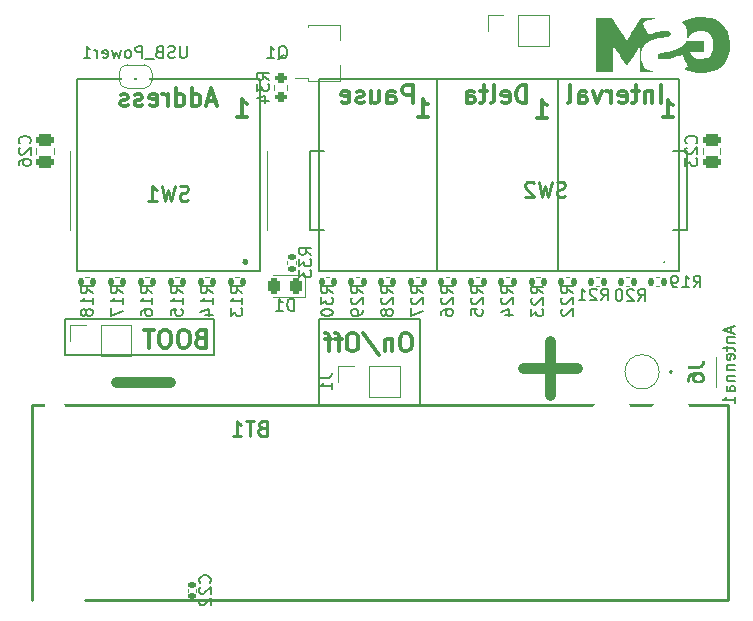
<source format=gbo>
%TF.GenerationSoftware,KiCad,Pcbnew,7.0.7*%
%TF.CreationDate,2023-11-28T10:24:49+01:00*%
%TF.ProjectId,wireless_Slave,77697265-6c65-4737-935f-536c6176652e,rev?*%
%TF.SameCoordinates,PXc751640PY92dda80*%
%TF.FileFunction,Legend,Bot*%
%TF.FilePolarity,Positive*%
%FSLAX46Y46*%
G04 Gerber Fmt 4.6, Leading zero omitted, Abs format (unit mm)*
G04 Created by KiCad (PCBNEW 7.0.7) date 2023-11-28 10:24:49*
%MOMM*%
%LPD*%
G01*
G04 APERTURE LIST*
G04 Aperture macros list*
%AMRoundRect*
0 Rectangle with rounded corners*
0 $1 Rounding radius*
0 $2 $3 $4 $5 $6 $7 $8 $9 X,Y pos of 4 corners*
0 Add a 4 corners polygon primitive as box body*
4,1,4,$2,$3,$4,$5,$6,$7,$8,$9,$2,$3,0*
0 Add four circle primitives for the rounded corners*
1,1,$1+$1,$2,$3*
1,1,$1+$1,$4,$5*
1,1,$1+$1,$6,$7*
1,1,$1+$1,$8,$9*
0 Add four rect primitives between the rounded corners*
20,1,$1+$1,$2,$3,$4,$5,0*
20,1,$1+$1,$4,$5,$6,$7,0*
20,1,$1+$1,$6,$7,$8,$9,0*
20,1,$1+$1,$8,$9,$2,$3,0*%
%AMFreePoly0*
4,1,9,3.862500,-0.866500,0.737500,-0.866500,0.737500,-0.450000,-0.737500,-0.450000,-0.737500,0.450000,0.737500,0.450000,0.737500,0.866500,3.862500,0.866500,3.862500,-0.866500,3.862500,-0.866500,$1*%
%AMFreePoly1*
4,1,19,0.500000,-0.750000,0.000000,-0.750000,0.000000,-0.744911,-0.071157,-0.744911,-0.207708,-0.704816,-0.327430,-0.627875,-0.420627,-0.520320,-0.479746,-0.390866,-0.500000,-0.250000,-0.500000,0.250000,-0.479746,0.390866,-0.420627,0.520320,-0.327430,0.627875,-0.207708,0.704816,-0.071157,0.744911,0.000000,0.744911,0.000000,0.750000,0.500000,0.750000,0.500000,-0.750000,0.500000,-0.750000,
$1*%
%AMFreePoly2*
4,1,19,0.000000,0.744911,0.071157,0.744911,0.207708,0.704816,0.327430,0.627875,0.420627,0.520320,0.479746,0.390866,0.500000,0.250000,0.500000,-0.250000,0.479746,-0.390866,0.420627,-0.520320,0.327430,-0.627875,0.207708,-0.704816,0.071157,-0.744911,0.000000,-0.744911,0.000000,-0.750000,-0.500000,-0.750000,-0.500000,0.750000,0.000000,0.750000,0.000000,0.744911,0.000000,0.744911,
$1*%
G04 Aperture macros list end*
%ADD10C,0.150000*%
%ADD11C,0.300000*%
%ADD12C,0.900000*%
%ADD13C,0.254000*%
%ADD14C,0.100000*%
%ADD15C,0.400000*%
%ADD16C,0.200000*%
%ADD17C,0.120000*%
%ADD18R,1.130000X2.440000*%
%ADD19C,1.192000*%
%ADD20R,1.447000X1.447000*%
%ADD21C,1.447000*%
%ADD22R,1.050000X1.000000*%
%ADD23R,2.200000X1.050000*%
%ADD24RoundRect,0.200000X-0.275000X0.200000X-0.275000X-0.200000X0.275000X-0.200000X0.275000X0.200000X0*%
%ADD25RoundRect,0.135000X0.185000X-0.135000X0.185000X0.135000X-0.185000X0.135000X-0.185000X-0.135000X0*%
%ADD26R,1.300000X0.900000*%
%ADD27FreePoly0,0.000000*%
%ADD28R,1.700000X1.700000*%
%ADD29O,1.700000X1.700000*%
%ADD30RoundRect,0.243750X0.243750X0.456250X-0.243750X0.456250X-0.243750X-0.456250X0.243750X-0.456250X0*%
%ADD31C,3.200000*%
%ADD32C,1.200000*%
%ADD33C,3.590000*%
%ADD34RoundRect,0.250000X-0.475000X0.250000X-0.475000X-0.250000X0.475000X-0.250000X0.475000X0.250000X0*%
%ADD35RoundRect,0.135000X-0.135000X-0.185000X0.135000X-0.185000X0.135000X0.185000X-0.135000X0.185000X0*%
%ADD36RoundRect,0.140000X0.170000X-0.140000X0.170000X0.140000X-0.170000X0.140000X-0.170000X-0.140000X0*%
%ADD37C,2.500000*%
%ADD38FreePoly1,0.000000*%
%ADD39FreePoly2,0.000000*%
%ADD40C,4.780000*%
%ADD41C,1.770000*%
%ADD42C,3.560000*%
G04 APERTURE END LIST*
D10*
X45910000Y50750000D02*
X56160000Y50750000D01*
X56160000Y34500000D01*
X45910000Y34500000D01*
X45910000Y50750000D01*
X5160000Y50750000D02*
X20660000Y50750000D01*
X20660000Y34500000D01*
X5160000Y34500000D01*
X5160000Y50750000D01*
X35660000Y50750000D02*
X45910000Y50750000D01*
X45910000Y34500000D01*
X35660000Y34500000D01*
X35660000Y50750000D01*
X4150000Y30400000D02*
X16800000Y30400000D01*
X16800000Y27350000D01*
X4150000Y27350000D01*
X4150000Y30400000D01*
X25660000Y50750000D02*
X35660000Y50750000D01*
X35660000Y34500000D01*
X25660000Y34500000D01*
X25660000Y50750000D01*
X25650000Y30400000D02*
X34200000Y30400000D01*
X34200000Y23150000D01*
X25650000Y23150000D01*
X25650000Y30400000D01*
D11*
X54779774Y47479172D02*
X55636917Y47479172D01*
X55208346Y47479172D02*
X55208346Y48979172D01*
X55208346Y48979172D02*
X55351203Y48764886D01*
X55351203Y48764886D02*
X55494060Y48622029D01*
X55494060Y48622029D02*
X55636917Y48550600D01*
X16926917Y48877743D02*
X16212632Y48877743D01*
X17069774Y48449172D02*
X16569774Y49949172D01*
X16569774Y49949172D02*
X16069774Y48449172D01*
X14926918Y48449172D02*
X14926918Y49949172D01*
X14926918Y48520600D02*
X15069775Y48449172D01*
X15069775Y48449172D02*
X15355489Y48449172D01*
X15355489Y48449172D02*
X15498346Y48520600D01*
X15498346Y48520600D02*
X15569775Y48592029D01*
X15569775Y48592029D02*
X15641203Y48734886D01*
X15641203Y48734886D02*
X15641203Y49163458D01*
X15641203Y49163458D02*
X15569775Y49306315D01*
X15569775Y49306315D02*
X15498346Y49377743D01*
X15498346Y49377743D02*
X15355489Y49449172D01*
X15355489Y49449172D02*
X15069775Y49449172D01*
X15069775Y49449172D02*
X14926918Y49377743D01*
X13569775Y48449172D02*
X13569775Y49949172D01*
X13569775Y48520600D02*
X13712632Y48449172D01*
X13712632Y48449172D02*
X13998346Y48449172D01*
X13998346Y48449172D02*
X14141203Y48520600D01*
X14141203Y48520600D02*
X14212632Y48592029D01*
X14212632Y48592029D02*
X14284060Y48734886D01*
X14284060Y48734886D02*
X14284060Y49163458D01*
X14284060Y49163458D02*
X14212632Y49306315D01*
X14212632Y49306315D02*
X14141203Y49377743D01*
X14141203Y49377743D02*
X13998346Y49449172D01*
X13998346Y49449172D02*
X13712632Y49449172D01*
X13712632Y49449172D02*
X13569775Y49377743D01*
X12855489Y48449172D02*
X12855489Y49449172D01*
X12855489Y49163458D02*
X12784060Y49306315D01*
X12784060Y49306315D02*
X12712632Y49377743D01*
X12712632Y49377743D02*
X12569774Y49449172D01*
X12569774Y49449172D02*
X12426917Y49449172D01*
X11355489Y48520600D02*
X11498346Y48449172D01*
X11498346Y48449172D02*
X11784061Y48449172D01*
X11784061Y48449172D02*
X11926918Y48520600D01*
X11926918Y48520600D02*
X11998346Y48663458D01*
X11998346Y48663458D02*
X11998346Y49234886D01*
X11998346Y49234886D02*
X11926918Y49377743D01*
X11926918Y49377743D02*
X11784061Y49449172D01*
X11784061Y49449172D02*
X11498346Y49449172D01*
X11498346Y49449172D02*
X11355489Y49377743D01*
X11355489Y49377743D02*
X11284061Y49234886D01*
X11284061Y49234886D02*
X11284061Y49092029D01*
X11284061Y49092029D02*
X11998346Y48949172D01*
X10712632Y48520600D02*
X10569775Y48449172D01*
X10569775Y48449172D02*
X10284061Y48449172D01*
X10284061Y48449172D02*
X10141204Y48520600D01*
X10141204Y48520600D02*
X10069775Y48663458D01*
X10069775Y48663458D02*
X10069775Y48734886D01*
X10069775Y48734886D02*
X10141204Y48877743D01*
X10141204Y48877743D02*
X10284061Y48949172D01*
X10284061Y48949172D02*
X10498347Y48949172D01*
X10498347Y48949172D02*
X10641204Y49020600D01*
X10641204Y49020600D02*
X10712632Y49163458D01*
X10712632Y49163458D02*
X10712632Y49234886D01*
X10712632Y49234886D02*
X10641204Y49377743D01*
X10641204Y49377743D02*
X10498347Y49449172D01*
X10498347Y49449172D02*
X10284061Y49449172D01*
X10284061Y49449172D02*
X10141204Y49377743D01*
X9498346Y48520600D02*
X9355489Y48449172D01*
X9355489Y48449172D02*
X9069775Y48449172D01*
X9069775Y48449172D02*
X8926918Y48520600D01*
X8926918Y48520600D02*
X8855489Y48663458D01*
X8855489Y48663458D02*
X8855489Y48734886D01*
X8855489Y48734886D02*
X8926918Y48877743D01*
X8926918Y48877743D02*
X9069775Y48949172D01*
X9069775Y48949172D02*
X9284061Y48949172D01*
X9284061Y48949172D02*
X9426918Y49020600D01*
X9426918Y49020600D02*
X9498346Y49163458D01*
X9498346Y49163458D02*
X9498346Y49234886D01*
X9498346Y49234886D02*
X9426918Y49377743D01*
X9426918Y49377743D02*
X9284061Y49449172D01*
X9284061Y49449172D02*
X9069775Y49449172D01*
X9069775Y49449172D02*
X8926918Y49377743D01*
X44109774Y47449172D02*
X44966917Y47449172D01*
X44538346Y47449172D02*
X44538346Y48949172D01*
X44538346Y48949172D02*
X44681203Y48734886D01*
X44681203Y48734886D02*
X44824060Y48592029D01*
X44824060Y48592029D02*
X44966917Y48520600D01*
X18759774Y47539172D02*
X19616917Y47539172D01*
X19188346Y47539172D02*
X19188346Y49039172D01*
X19188346Y49039172D02*
X19331203Y48824886D01*
X19331203Y48824886D02*
X19474060Y48682029D01*
X19474060Y48682029D02*
X19616917Y48610600D01*
D12*
X47529323Y26256800D02*
X42957895Y26256800D01*
X45243609Y23971086D02*
X45243609Y28542515D01*
D11*
X33159774Y29199172D02*
X32874060Y29199172D01*
X32874060Y29199172D02*
X32731203Y29127743D01*
X32731203Y29127743D02*
X32588346Y28984886D01*
X32588346Y28984886D02*
X32516917Y28699172D01*
X32516917Y28699172D02*
X32516917Y28199172D01*
X32516917Y28199172D02*
X32588346Y27913458D01*
X32588346Y27913458D02*
X32731203Y27770600D01*
X32731203Y27770600D02*
X32874060Y27699172D01*
X32874060Y27699172D02*
X33159774Y27699172D01*
X33159774Y27699172D02*
X33302632Y27770600D01*
X33302632Y27770600D02*
X33445489Y27913458D01*
X33445489Y27913458D02*
X33516917Y28199172D01*
X33516917Y28199172D02*
X33516917Y28699172D01*
X33516917Y28699172D02*
X33445489Y28984886D01*
X33445489Y28984886D02*
X33302632Y29127743D01*
X33302632Y29127743D02*
X33159774Y29199172D01*
X31874060Y28699172D02*
X31874060Y27699172D01*
X31874060Y28556315D02*
X31802631Y28627743D01*
X31802631Y28627743D02*
X31659774Y28699172D01*
X31659774Y28699172D02*
X31445488Y28699172D01*
X31445488Y28699172D02*
X31302631Y28627743D01*
X31302631Y28627743D02*
X31231203Y28484886D01*
X31231203Y28484886D02*
X31231203Y27699172D01*
X29445488Y29270600D02*
X30731202Y27342029D01*
X28659773Y29199172D02*
X28374059Y29199172D01*
X28374059Y29199172D02*
X28231202Y29127743D01*
X28231202Y29127743D02*
X28088345Y28984886D01*
X28088345Y28984886D02*
X28016916Y28699172D01*
X28016916Y28699172D02*
X28016916Y28199172D01*
X28016916Y28199172D02*
X28088345Y27913458D01*
X28088345Y27913458D02*
X28231202Y27770600D01*
X28231202Y27770600D02*
X28374059Y27699172D01*
X28374059Y27699172D02*
X28659773Y27699172D01*
X28659773Y27699172D02*
X28802631Y27770600D01*
X28802631Y27770600D02*
X28945488Y27913458D01*
X28945488Y27913458D02*
X29016916Y28199172D01*
X29016916Y28199172D02*
X29016916Y28699172D01*
X29016916Y28699172D02*
X28945488Y28984886D01*
X28945488Y28984886D02*
X28802631Y29127743D01*
X28802631Y29127743D02*
X28659773Y29199172D01*
X27588344Y28699172D02*
X27016916Y28699172D01*
X27374059Y27699172D02*
X27374059Y28984886D01*
X27374059Y28984886D02*
X27302630Y29127743D01*
X27302630Y29127743D02*
X27159773Y29199172D01*
X27159773Y29199172D02*
X27016916Y29199172D01*
X26731201Y28699172D02*
X26159773Y28699172D01*
X26516916Y27699172D02*
X26516916Y28984886D01*
X26516916Y28984886D02*
X26445487Y29127743D01*
X26445487Y29127743D02*
X26302630Y29199172D01*
X26302630Y29199172D02*
X26159773Y29199172D01*
X43245489Y48699172D02*
X43245489Y50199172D01*
X43245489Y50199172D02*
X42888346Y50199172D01*
X42888346Y50199172D02*
X42674060Y50127743D01*
X42674060Y50127743D02*
X42531203Y49984886D01*
X42531203Y49984886D02*
X42459774Y49842029D01*
X42459774Y49842029D02*
X42388346Y49556315D01*
X42388346Y49556315D02*
X42388346Y49342029D01*
X42388346Y49342029D02*
X42459774Y49056315D01*
X42459774Y49056315D02*
X42531203Y48913458D01*
X42531203Y48913458D02*
X42674060Y48770600D01*
X42674060Y48770600D02*
X42888346Y48699172D01*
X42888346Y48699172D02*
X43245489Y48699172D01*
X41174060Y48770600D02*
X41316917Y48699172D01*
X41316917Y48699172D02*
X41602632Y48699172D01*
X41602632Y48699172D02*
X41745489Y48770600D01*
X41745489Y48770600D02*
X41816917Y48913458D01*
X41816917Y48913458D02*
X41816917Y49484886D01*
X41816917Y49484886D02*
X41745489Y49627743D01*
X41745489Y49627743D02*
X41602632Y49699172D01*
X41602632Y49699172D02*
X41316917Y49699172D01*
X41316917Y49699172D02*
X41174060Y49627743D01*
X41174060Y49627743D02*
X41102632Y49484886D01*
X41102632Y49484886D02*
X41102632Y49342029D01*
X41102632Y49342029D02*
X41816917Y49199172D01*
X40245489Y48699172D02*
X40388346Y48770600D01*
X40388346Y48770600D02*
X40459775Y48913458D01*
X40459775Y48913458D02*
X40459775Y50199172D01*
X39888346Y49699172D02*
X39316918Y49699172D01*
X39674061Y50199172D02*
X39674061Y48913458D01*
X39674061Y48913458D02*
X39602632Y48770600D01*
X39602632Y48770600D02*
X39459775Y48699172D01*
X39459775Y48699172D02*
X39316918Y48699172D01*
X38174061Y48699172D02*
X38174061Y49484886D01*
X38174061Y49484886D02*
X38245489Y49627743D01*
X38245489Y49627743D02*
X38388346Y49699172D01*
X38388346Y49699172D02*
X38674061Y49699172D01*
X38674061Y49699172D02*
X38816918Y49627743D01*
X38174061Y48770600D02*
X38316918Y48699172D01*
X38316918Y48699172D02*
X38674061Y48699172D01*
X38674061Y48699172D02*
X38816918Y48770600D01*
X38816918Y48770600D02*
X38888346Y48913458D01*
X38888346Y48913458D02*
X38888346Y49056315D01*
X38888346Y49056315D02*
X38816918Y49199172D01*
X38816918Y49199172D02*
X38674061Y49270600D01*
X38674061Y49270600D02*
X38316918Y49270600D01*
X38316918Y49270600D02*
X38174061Y49342029D01*
X34039774Y47519172D02*
X34896917Y47519172D01*
X34468346Y47519172D02*
X34468346Y49019172D01*
X34468346Y49019172D02*
X34611203Y48804886D01*
X34611203Y48804886D02*
X34754060Y48662029D01*
X34754060Y48662029D02*
X34896917Y48590600D01*
X15645489Y28784886D02*
X15431203Y28713458D01*
X15431203Y28713458D02*
X15359774Y28642029D01*
X15359774Y28642029D02*
X15288346Y28499172D01*
X15288346Y28499172D02*
X15288346Y28284886D01*
X15288346Y28284886D02*
X15359774Y28142029D01*
X15359774Y28142029D02*
X15431203Y28070600D01*
X15431203Y28070600D02*
X15574060Y27999172D01*
X15574060Y27999172D02*
X16145489Y27999172D01*
X16145489Y27999172D02*
X16145489Y29499172D01*
X16145489Y29499172D02*
X15645489Y29499172D01*
X15645489Y29499172D02*
X15502632Y29427743D01*
X15502632Y29427743D02*
X15431203Y29356315D01*
X15431203Y29356315D02*
X15359774Y29213458D01*
X15359774Y29213458D02*
X15359774Y29070600D01*
X15359774Y29070600D02*
X15431203Y28927743D01*
X15431203Y28927743D02*
X15502632Y28856315D01*
X15502632Y28856315D02*
X15645489Y28784886D01*
X15645489Y28784886D02*
X16145489Y28784886D01*
X14359774Y29499172D02*
X14074060Y29499172D01*
X14074060Y29499172D02*
X13931203Y29427743D01*
X13931203Y29427743D02*
X13788346Y29284886D01*
X13788346Y29284886D02*
X13716917Y28999172D01*
X13716917Y28999172D02*
X13716917Y28499172D01*
X13716917Y28499172D02*
X13788346Y28213458D01*
X13788346Y28213458D02*
X13931203Y28070600D01*
X13931203Y28070600D02*
X14074060Y27999172D01*
X14074060Y27999172D02*
X14359774Y27999172D01*
X14359774Y27999172D02*
X14502632Y28070600D01*
X14502632Y28070600D02*
X14645489Y28213458D01*
X14645489Y28213458D02*
X14716917Y28499172D01*
X14716917Y28499172D02*
X14716917Y28999172D01*
X14716917Y28999172D02*
X14645489Y29284886D01*
X14645489Y29284886D02*
X14502632Y29427743D01*
X14502632Y29427743D02*
X14359774Y29499172D01*
X12788345Y29499172D02*
X12502631Y29499172D01*
X12502631Y29499172D02*
X12359774Y29427743D01*
X12359774Y29427743D02*
X12216917Y29284886D01*
X12216917Y29284886D02*
X12145488Y28999172D01*
X12145488Y28999172D02*
X12145488Y28499172D01*
X12145488Y28499172D02*
X12216917Y28213458D01*
X12216917Y28213458D02*
X12359774Y28070600D01*
X12359774Y28070600D02*
X12502631Y27999172D01*
X12502631Y27999172D02*
X12788345Y27999172D01*
X12788345Y27999172D02*
X12931203Y28070600D01*
X12931203Y28070600D02*
X13074060Y28213458D01*
X13074060Y28213458D02*
X13145488Y28499172D01*
X13145488Y28499172D02*
X13145488Y28999172D01*
X13145488Y28999172D02*
X13074060Y29284886D01*
X13074060Y29284886D02*
X12931203Y29427743D01*
X12931203Y29427743D02*
X12788345Y29499172D01*
X11716916Y29499172D02*
X10859774Y29499172D01*
X11288345Y27999172D02*
X11288345Y29499172D01*
X54605489Y48699172D02*
X54605489Y50199172D01*
X53891203Y49699172D02*
X53891203Y48699172D01*
X53891203Y49556315D02*
X53819774Y49627743D01*
X53819774Y49627743D02*
X53676917Y49699172D01*
X53676917Y49699172D02*
X53462631Y49699172D01*
X53462631Y49699172D02*
X53319774Y49627743D01*
X53319774Y49627743D02*
X53248346Y49484886D01*
X53248346Y49484886D02*
X53248346Y48699172D01*
X52748345Y49699172D02*
X52176917Y49699172D01*
X52534060Y50199172D02*
X52534060Y48913458D01*
X52534060Y48913458D02*
X52462631Y48770600D01*
X52462631Y48770600D02*
X52319774Y48699172D01*
X52319774Y48699172D02*
X52176917Y48699172D01*
X51105488Y48770600D02*
X51248345Y48699172D01*
X51248345Y48699172D02*
X51534060Y48699172D01*
X51534060Y48699172D02*
X51676917Y48770600D01*
X51676917Y48770600D02*
X51748345Y48913458D01*
X51748345Y48913458D02*
X51748345Y49484886D01*
X51748345Y49484886D02*
X51676917Y49627743D01*
X51676917Y49627743D02*
X51534060Y49699172D01*
X51534060Y49699172D02*
X51248345Y49699172D01*
X51248345Y49699172D02*
X51105488Y49627743D01*
X51105488Y49627743D02*
X51034060Y49484886D01*
X51034060Y49484886D02*
X51034060Y49342029D01*
X51034060Y49342029D02*
X51748345Y49199172D01*
X50391203Y48699172D02*
X50391203Y49699172D01*
X50391203Y49413458D02*
X50319774Y49556315D01*
X50319774Y49556315D02*
X50248346Y49627743D01*
X50248346Y49627743D02*
X50105488Y49699172D01*
X50105488Y49699172D02*
X49962631Y49699172D01*
X49605489Y49699172D02*
X49248346Y48699172D01*
X49248346Y48699172D02*
X48891203Y49699172D01*
X47676918Y48699172D02*
X47676918Y49484886D01*
X47676918Y49484886D02*
X47748346Y49627743D01*
X47748346Y49627743D02*
X47891203Y49699172D01*
X47891203Y49699172D02*
X48176918Y49699172D01*
X48176918Y49699172D02*
X48319775Y49627743D01*
X47676918Y48770600D02*
X47819775Y48699172D01*
X47819775Y48699172D02*
X48176918Y48699172D01*
X48176918Y48699172D02*
X48319775Y48770600D01*
X48319775Y48770600D02*
X48391203Y48913458D01*
X48391203Y48913458D02*
X48391203Y49056315D01*
X48391203Y49056315D02*
X48319775Y49199172D01*
X48319775Y49199172D02*
X48176918Y49270600D01*
X48176918Y49270600D02*
X47819775Y49270600D01*
X47819775Y49270600D02*
X47676918Y49342029D01*
X46748346Y48699172D02*
X46891203Y48770600D01*
X46891203Y48770600D02*
X46962632Y48913458D01*
X46962632Y48913458D02*
X46962632Y50199172D01*
D12*
X13099323Y25106800D02*
X8527895Y25106800D01*
D11*
X33605489Y48699172D02*
X33605489Y50199172D01*
X33605489Y50199172D02*
X33034060Y50199172D01*
X33034060Y50199172D02*
X32891203Y50127743D01*
X32891203Y50127743D02*
X32819774Y50056315D01*
X32819774Y50056315D02*
X32748346Y49913458D01*
X32748346Y49913458D02*
X32748346Y49699172D01*
X32748346Y49699172D02*
X32819774Y49556315D01*
X32819774Y49556315D02*
X32891203Y49484886D01*
X32891203Y49484886D02*
X33034060Y49413458D01*
X33034060Y49413458D02*
X33605489Y49413458D01*
X31462632Y48699172D02*
X31462632Y49484886D01*
X31462632Y49484886D02*
X31534060Y49627743D01*
X31534060Y49627743D02*
X31676917Y49699172D01*
X31676917Y49699172D02*
X31962632Y49699172D01*
X31962632Y49699172D02*
X32105489Y49627743D01*
X31462632Y48770600D02*
X31605489Y48699172D01*
X31605489Y48699172D02*
X31962632Y48699172D01*
X31962632Y48699172D02*
X32105489Y48770600D01*
X32105489Y48770600D02*
X32176917Y48913458D01*
X32176917Y48913458D02*
X32176917Y49056315D01*
X32176917Y49056315D02*
X32105489Y49199172D01*
X32105489Y49199172D02*
X31962632Y49270600D01*
X31962632Y49270600D02*
X31605489Y49270600D01*
X31605489Y49270600D02*
X31462632Y49342029D01*
X30105489Y49699172D02*
X30105489Y48699172D01*
X30748346Y49699172D02*
X30748346Y48913458D01*
X30748346Y48913458D02*
X30676917Y48770600D01*
X30676917Y48770600D02*
X30534060Y48699172D01*
X30534060Y48699172D02*
X30319774Y48699172D01*
X30319774Y48699172D02*
X30176917Y48770600D01*
X30176917Y48770600D02*
X30105489Y48842029D01*
X29462631Y48770600D02*
X29319774Y48699172D01*
X29319774Y48699172D02*
X29034060Y48699172D01*
X29034060Y48699172D02*
X28891203Y48770600D01*
X28891203Y48770600D02*
X28819774Y48913458D01*
X28819774Y48913458D02*
X28819774Y48984886D01*
X28819774Y48984886D02*
X28891203Y49127743D01*
X28891203Y49127743D02*
X29034060Y49199172D01*
X29034060Y49199172D02*
X29248346Y49199172D01*
X29248346Y49199172D02*
X29391203Y49270600D01*
X29391203Y49270600D02*
X29462631Y49413458D01*
X29462631Y49413458D02*
X29462631Y49484886D01*
X29462631Y49484886D02*
X29391203Y49627743D01*
X29391203Y49627743D02*
X29248346Y49699172D01*
X29248346Y49699172D02*
X29034060Y49699172D01*
X29034060Y49699172D02*
X28891203Y49627743D01*
X27605488Y48770600D02*
X27748345Y48699172D01*
X27748345Y48699172D02*
X28034060Y48699172D01*
X28034060Y48699172D02*
X28176917Y48770600D01*
X28176917Y48770600D02*
X28248345Y48913458D01*
X28248345Y48913458D02*
X28248345Y49484886D01*
X28248345Y49484886D02*
X28176917Y49627743D01*
X28176917Y49627743D02*
X28034060Y49699172D01*
X28034060Y49699172D02*
X27748345Y49699172D01*
X27748345Y49699172D02*
X27605488Y49627743D01*
X27605488Y49627743D02*
X27534060Y49484886D01*
X27534060Y49484886D02*
X27534060Y49342029D01*
X27534060Y49342029D02*
X28248345Y49199172D01*
D13*
X14603333Y40501158D02*
X14421904Y40440682D01*
X14421904Y40440682D02*
X14119523Y40440682D01*
X14119523Y40440682D02*
X13998571Y40501158D01*
X13998571Y40501158D02*
X13938095Y40561635D01*
X13938095Y40561635D02*
X13877618Y40682587D01*
X13877618Y40682587D02*
X13877618Y40803539D01*
X13877618Y40803539D02*
X13938095Y40924492D01*
X13938095Y40924492D02*
X13998571Y40984968D01*
X13998571Y40984968D02*
X14119523Y41045444D01*
X14119523Y41045444D02*
X14361428Y41105920D01*
X14361428Y41105920D02*
X14482380Y41166397D01*
X14482380Y41166397D02*
X14542857Y41226873D01*
X14542857Y41226873D02*
X14603333Y41347825D01*
X14603333Y41347825D02*
X14603333Y41468778D01*
X14603333Y41468778D02*
X14542857Y41589730D01*
X14542857Y41589730D02*
X14482380Y41650206D01*
X14482380Y41650206D02*
X14361428Y41710682D01*
X14361428Y41710682D02*
X14059047Y41710682D01*
X14059047Y41710682D02*
X13877618Y41650206D01*
X13454285Y41710682D02*
X13151904Y40440682D01*
X13151904Y40440682D02*
X12909999Y41347825D01*
X12909999Y41347825D02*
X12668094Y40440682D01*
X12668094Y40440682D02*
X12365714Y41710682D01*
X11216665Y40440682D02*
X11942380Y40440682D01*
X11579523Y40440682D02*
X11579523Y41710682D01*
X11579523Y41710682D02*
X11700475Y41529254D01*
X11700475Y41529254D02*
X11821427Y41408301D01*
X11821427Y41408301D02*
X11942380Y41347825D01*
X56899318Y26358333D02*
X57806461Y26358333D01*
X57806461Y26358333D02*
X57987889Y26418810D01*
X57987889Y26418810D02*
X58108842Y26539762D01*
X58108842Y26539762D02*
X58169318Y26721191D01*
X58169318Y26721191D02*
X58169318Y26842143D01*
X56899318Y25209286D02*
X56899318Y25451191D01*
X56899318Y25451191D02*
X56959794Y25572143D01*
X56959794Y25572143D02*
X57020270Y25632619D01*
X57020270Y25632619D02*
X57201699Y25753572D01*
X57201699Y25753572D02*
X57443603Y25814048D01*
X57443603Y25814048D02*
X57927413Y25814048D01*
X57927413Y25814048D02*
X58048365Y25753572D01*
X58048365Y25753572D02*
X58108842Y25693095D01*
X58108842Y25693095D02*
X58169318Y25572143D01*
X58169318Y25572143D02*
X58169318Y25330238D01*
X58169318Y25330238D02*
X58108842Y25209286D01*
X58108842Y25209286D02*
X58048365Y25148810D01*
X58048365Y25148810D02*
X57927413Y25088333D01*
X57927413Y25088333D02*
X57625032Y25088333D01*
X57625032Y25088333D02*
X57504080Y25148810D01*
X57504080Y25148810D02*
X57443603Y25209286D01*
X57443603Y25209286D02*
X57383127Y25330238D01*
X57383127Y25330238D02*
X57383127Y25572143D01*
X57383127Y25572143D02*
X57443603Y25693095D01*
X57443603Y25693095D02*
X57504080Y25753572D01*
X57504080Y25753572D02*
X57625032Y25814048D01*
D10*
X21444819Y50672858D02*
X20968628Y51006191D01*
X21444819Y51244286D02*
X20444819Y51244286D01*
X20444819Y51244286D02*
X20444819Y50863334D01*
X20444819Y50863334D02*
X20492438Y50768096D01*
X20492438Y50768096D02*
X20540057Y50720477D01*
X20540057Y50720477D02*
X20635295Y50672858D01*
X20635295Y50672858D02*
X20778152Y50672858D01*
X20778152Y50672858D02*
X20873390Y50720477D01*
X20873390Y50720477D02*
X20921009Y50768096D01*
X20921009Y50768096D02*
X20968628Y50863334D01*
X20968628Y50863334D02*
X20968628Y51244286D01*
X20444819Y50339524D02*
X20444819Y49720477D01*
X20444819Y49720477D02*
X20825771Y50053810D01*
X20825771Y50053810D02*
X20825771Y49910953D01*
X20825771Y49910953D02*
X20873390Y49815715D01*
X20873390Y49815715D02*
X20921009Y49768096D01*
X20921009Y49768096D02*
X21016247Y49720477D01*
X21016247Y49720477D02*
X21254342Y49720477D01*
X21254342Y49720477D02*
X21349580Y49768096D01*
X21349580Y49768096D02*
X21397200Y49815715D01*
X21397200Y49815715D02*
X21444819Y49910953D01*
X21444819Y49910953D02*
X21444819Y50196667D01*
X21444819Y50196667D02*
X21397200Y50291905D01*
X21397200Y50291905D02*
X21349580Y50339524D01*
X20778152Y48863334D02*
X21444819Y48863334D01*
X20397200Y49101429D02*
X21111485Y49339524D01*
X21111485Y49339524D02*
X21111485Y48720477D01*
X25014819Y35842858D02*
X24538628Y36176191D01*
X25014819Y36414286D02*
X24014819Y36414286D01*
X24014819Y36414286D02*
X24014819Y36033334D01*
X24014819Y36033334D02*
X24062438Y35938096D01*
X24062438Y35938096D02*
X24110057Y35890477D01*
X24110057Y35890477D02*
X24205295Y35842858D01*
X24205295Y35842858D02*
X24348152Y35842858D01*
X24348152Y35842858D02*
X24443390Y35890477D01*
X24443390Y35890477D02*
X24491009Y35938096D01*
X24491009Y35938096D02*
X24538628Y36033334D01*
X24538628Y36033334D02*
X24538628Y36414286D01*
X24014819Y35509524D02*
X24014819Y34890477D01*
X24014819Y34890477D02*
X24395771Y35223810D01*
X24395771Y35223810D02*
X24395771Y35080953D01*
X24395771Y35080953D02*
X24443390Y34985715D01*
X24443390Y34985715D02*
X24491009Y34938096D01*
X24491009Y34938096D02*
X24586247Y34890477D01*
X24586247Y34890477D02*
X24824342Y34890477D01*
X24824342Y34890477D02*
X24919580Y34938096D01*
X24919580Y34938096D02*
X24967200Y34985715D01*
X24967200Y34985715D02*
X25014819Y35080953D01*
X25014819Y35080953D02*
X25014819Y35366667D01*
X25014819Y35366667D02*
X24967200Y35461905D01*
X24967200Y35461905D02*
X24919580Y35509524D01*
X24014819Y34557143D02*
X24014819Y33938096D01*
X24014819Y33938096D02*
X24395771Y34271429D01*
X24395771Y34271429D02*
X24395771Y34128572D01*
X24395771Y34128572D02*
X24443390Y34033334D01*
X24443390Y34033334D02*
X24491009Y33985715D01*
X24491009Y33985715D02*
X24586247Y33938096D01*
X24586247Y33938096D02*
X24824342Y33938096D01*
X24824342Y33938096D02*
X24919580Y33985715D01*
X24919580Y33985715D02*
X24967200Y34033334D01*
X24967200Y34033334D02*
X25014819Y34128572D01*
X25014819Y34128572D02*
X25014819Y34414286D01*
X25014819Y34414286D02*
X24967200Y34509524D01*
X24967200Y34509524D02*
X24919580Y34557143D01*
X22215238Y52399943D02*
X22310476Y52447562D01*
X22310476Y52447562D02*
X22405714Y52542800D01*
X22405714Y52542800D02*
X22548571Y52685658D01*
X22548571Y52685658D02*
X22643809Y52733277D01*
X22643809Y52733277D02*
X22739047Y52733277D01*
X22691428Y52495181D02*
X22786666Y52542800D01*
X22786666Y52542800D02*
X22881904Y52638039D01*
X22881904Y52638039D02*
X22929523Y52828515D01*
X22929523Y52828515D02*
X22929523Y53161848D01*
X22929523Y53161848D02*
X22881904Y53352324D01*
X22881904Y53352324D02*
X22786666Y53447562D01*
X22786666Y53447562D02*
X22691428Y53495181D01*
X22691428Y53495181D02*
X22500952Y53495181D01*
X22500952Y53495181D02*
X22405714Y53447562D01*
X22405714Y53447562D02*
X22310476Y53352324D01*
X22310476Y53352324D02*
X22262857Y53161848D01*
X22262857Y53161848D02*
X22262857Y52828515D01*
X22262857Y52828515D02*
X22310476Y52638039D01*
X22310476Y52638039D02*
X22405714Y52542800D01*
X22405714Y52542800D02*
X22500952Y52495181D01*
X22500952Y52495181D02*
X22691428Y52495181D01*
X21310476Y52495181D02*
X21881904Y52495181D01*
X21596190Y52495181D02*
X21596190Y53495181D01*
X21596190Y53495181D02*
X21691428Y53352324D01*
X21691428Y53352324D02*
X21786666Y53257086D01*
X21786666Y53257086D02*
X21881904Y53209467D01*
X40919819Y55153334D02*
X41634104Y55153334D01*
X41634104Y55153334D02*
X41776961Y55200953D01*
X41776961Y55200953D02*
X41872200Y55296191D01*
X41872200Y55296191D02*
X41919819Y55439048D01*
X41919819Y55439048D02*
X41919819Y55534286D01*
X40919819Y54772381D02*
X40919819Y54105715D01*
X40919819Y54105715D02*
X41919819Y54534286D01*
X23548094Y31135181D02*
X23548094Y32135181D01*
X23548094Y32135181D02*
X23309999Y32135181D01*
X23309999Y32135181D02*
X23167142Y32087562D01*
X23167142Y32087562D02*
X23071904Y31992324D01*
X23071904Y31992324D02*
X23024285Y31897086D01*
X23024285Y31897086D02*
X22976666Y31706610D01*
X22976666Y31706610D02*
X22976666Y31563753D01*
X22976666Y31563753D02*
X23024285Y31373277D01*
X23024285Y31373277D02*
X23071904Y31278039D01*
X23071904Y31278039D02*
X23167142Y31182800D01*
X23167142Y31182800D02*
X23309999Y31135181D01*
X23309999Y31135181D02*
X23548094Y31135181D01*
X22024285Y31135181D02*
X22595713Y31135181D01*
X22309999Y31135181D02*
X22309999Y32135181D01*
X22309999Y32135181D02*
X22405237Y31992324D01*
X22405237Y31992324D02*
X22500475Y31897086D01*
X22500475Y31897086D02*
X22595713Y31849467D01*
X1169580Y45292858D02*
X1217200Y45340477D01*
X1217200Y45340477D02*
X1264819Y45483334D01*
X1264819Y45483334D02*
X1264819Y45578572D01*
X1264819Y45578572D02*
X1217200Y45721429D01*
X1217200Y45721429D02*
X1121961Y45816667D01*
X1121961Y45816667D02*
X1026723Y45864286D01*
X1026723Y45864286D02*
X836247Y45911905D01*
X836247Y45911905D02*
X693390Y45911905D01*
X693390Y45911905D02*
X502914Y45864286D01*
X502914Y45864286D02*
X407676Y45816667D01*
X407676Y45816667D02*
X312438Y45721429D01*
X312438Y45721429D02*
X264819Y45578572D01*
X264819Y45578572D02*
X264819Y45483334D01*
X264819Y45483334D02*
X312438Y45340477D01*
X312438Y45340477D02*
X360057Y45292858D01*
X360057Y44911905D02*
X312438Y44864286D01*
X312438Y44864286D02*
X264819Y44769048D01*
X264819Y44769048D02*
X264819Y44530953D01*
X264819Y44530953D02*
X312438Y44435715D01*
X312438Y44435715D02*
X360057Y44388096D01*
X360057Y44388096D02*
X455295Y44340477D01*
X455295Y44340477D02*
X550533Y44340477D01*
X550533Y44340477D02*
X693390Y44388096D01*
X693390Y44388096D02*
X1264819Y44959524D01*
X1264819Y44959524D02*
X1264819Y44340477D01*
X264819Y43483334D02*
X264819Y43673810D01*
X264819Y43673810D02*
X312438Y43769048D01*
X312438Y43769048D02*
X360057Y43816667D01*
X360057Y43816667D02*
X502914Y43911905D01*
X502914Y43911905D02*
X693390Y43959524D01*
X693390Y43959524D02*
X1074342Y43959524D01*
X1074342Y43959524D02*
X1169580Y43911905D01*
X1169580Y43911905D02*
X1217200Y43864286D01*
X1217200Y43864286D02*
X1264819Y43769048D01*
X1264819Y43769048D02*
X1264819Y43578572D01*
X1264819Y43578572D02*
X1217200Y43483334D01*
X1217200Y43483334D02*
X1169580Y43435715D01*
X1169580Y43435715D02*
X1074342Y43388096D01*
X1074342Y43388096D02*
X836247Y43388096D01*
X836247Y43388096D02*
X741009Y43435715D01*
X741009Y43435715D02*
X693390Y43483334D01*
X693390Y43483334D02*
X645771Y43578572D01*
X645771Y43578572D02*
X645771Y43769048D01*
X645771Y43769048D02*
X693390Y43864286D01*
X693390Y43864286D02*
X741009Y43911905D01*
X741009Y43911905D02*
X836247Y43959524D01*
X57609580Y45302858D02*
X57657200Y45350477D01*
X57657200Y45350477D02*
X57704819Y45493334D01*
X57704819Y45493334D02*
X57704819Y45588572D01*
X57704819Y45588572D02*
X57657200Y45731429D01*
X57657200Y45731429D02*
X57561961Y45826667D01*
X57561961Y45826667D02*
X57466723Y45874286D01*
X57466723Y45874286D02*
X57276247Y45921905D01*
X57276247Y45921905D02*
X57133390Y45921905D01*
X57133390Y45921905D02*
X56942914Y45874286D01*
X56942914Y45874286D02*
X56847676Y45826667D01*
X56847676Y45826667D02*
X56752438Y45731429D01*
X56752438Y45731429D02*
X56704819Y45588572D01*
X56704819Y45588572D02*
X56704819Y45493334D01*
X56704819Y45493334D02*
X56752438Y45350477D01*
X56752438Y45350477D02*
X56800057Y45302858D01*
X56800057Y44921905D02*
X56752438Y44874286D01*
X56752438Y44874286D02*
X56704819Y44779048D01*
X56704819Y44779048D02*
X56704819Y44540953D01*
X56704819Y44540953D02*
X56752438Y44445715D01*
X56752438Y44445715D02*
X56800057Y44398096D01*
X56800057Y44398096D02*
X56895295Y44350477D01*
X56895295Y44350477D02*
X56990533Y44350477D01*
X56990533Y44350477D02*
X57133390Y44398096D01*
X57133390Y44398096D02*
X57704819Y44969524D01*
X57704819Y44969524D02*
X57704819Y44350477D01*
X56704819Y44017143D02*
X56704819Y43398096D01*
X56704819Y43398096D02*
X57085771Y43731429D01*
X57085771Y43731429D02*
X57085771Y43588572D01*
X57085771Y43588572D02*
X57133390Y43493334D01*
X57133390Y43493334D02*
X57181009Y43445715D01*
X57181009Y43445715D02*
X57276247Y43398096D01*
X57276247Y43398096D02*
X57514342Y43398096D01*
X57514342Y43398096D02*
X57609580Y43445715D01*
X57609580Y43445715D02*
X57657200Y43493334D01*
X57657200Y43493334D02*
X57704819Y43588572D01*
X57704819Y43588572D02*
X57704819Y43874286D01*
X57704819Y43874286D02*
X57657200Y43969524D01*
X57657200Y43969524D02*
X57609580Y44017143D01*
D13*
X46513333Y40831158D02*
X46331904Y40770682D01*
X46331904Y40770682D02*
X46029523Y40770682D01*
X46029523Y40770682D02*
X45908571Y40831158D01*
X45908571Y40831158D02*
X45848095Y40891635D01*
X45848095Y40891635D02*
X45787618Y41012587D01*
X45787618Y41012587D02*
X45787618Y41133539D01*
X45787618Y41133539D02*
X45848095Y41254492D01*
X45848095Y41254492D02*
X45908571Y41314968D01*
X45908571Y41314968D02*
X46029523Y41375444D01*
X46029523Y41375444D02*
X46271428Y41435920D01*
X46271428Y41435920D02*
X46392380Y41496397D01*
X46392380Y41496397D02*
X46452857Y41556873D01*
X46452857Y41556873D02*
X46513333Y41677825D01*
X46513333Y41677825D02*
X46513333Y41798778D01*
X46513333Y41798778D02*
X46452857Y41919730D01*
X46452857Y41919730D02*
X46392380Y41980206D01*
X46392380Y41980206D02*
X46271428Y42040682D01*
X46271428Y42040682D02*
X45969047Y42040682D01*
X45969047Y42040682D02*
X45787618Y41980206D01*
X45364285Y42040682D02*
X45061904Y40770682D01*
X45061904Y40770682D02*
X44819999Y41677825D01*
X44819999Y41677825D02*
X44578094Y40770682D01*
X44578094Y40770682D02*
X44275714Y42040682D01*
X43852380Y41919730D02*
X43791904Y41980206D01*
X43791904Y41980206D02*
X43670951Y42040682D01*
X43670951Y42040682D02*
X43368570Y42040682D01*
X43368570Y42040682D02*
X43247618Y41980206D01*
X43247618Y41980206D02*
X43187142Y41919730D01*
X43187142Y41919730D02*
X43126665Y41798778D01*
X43126665Y41798778D02*
X43126665Y41677825D01*
X43126665Y41677825D02*
X43187142Y41496397D01*
X43187142Y41496397D02*
X43912856Y40770682D01*
X43912856Y40770682D02*
X43126665Y40770682D01*
D10*
X44654819Y32592858D02*
X44178628Y32926191D01*
X44654819Y33164286D02*
X43654819Y33164286D01*
X43654819Y33164286D02*
X43654819Y32783334D01*
X43654819Y32783334D02*
X43702438Y32688096D01*
X43702438Y32688096D02*
X43750057Y32640477D01*
X43750057Y32640477D02*
X43845295Y32592858D01*
X43845295Y32592858D02*
X43988152Y32592858D01*
X43988152Y32592858D02*
X44083390Y32640477D01*
X44083390Y32640477D02*
X44131009Y32688096D01*
X44131009Y32688096D02*
X44178628Y32783334D01*
X44178628Y32783334D02*
X44178628Y33164286D01*
X43750057Y32211905D02*
X43702438Y32164286D01*
X43702438Y32164286D02*
X43654819Y32069048D01*
X43654819Y32069048D02*
X43654819Y31830953D01*
X43654819Y31830953D02*
X43702438Y31735715D01*
X43702438Y31735715D02*
X43750057Y31688096D01*
X43750057Y31688096D02*
X43845295Y31640477D01*
X43845295Y31640477D02*
X43940533Y31640477D01*
X43940533Y31640477D02*
X44083390Y31688096D01*
X44083390Y31688096D02*
X44654819Y32259524D01*
X44654819Y32259524D02*
X44654819Y31640477D01*
X43654819Y31307143D02*
X43654819Y30688096D01*
X43654819Y30688096D02*
X44035771Y31021429D01*
X44035771Y31021429D02*
X44035771Y30878572D01*
X44035771Y30878572D02*
X44083390Y30783334D01*
X44083390Y30783334D02*
X44131009Y30735715D01*
X44131009Y30735715D02*
X44226247Y30688096D01*
X44226247Y30688096D02*
X44464342Y30688096D01*
X44464342Y30688096D02*
X44559580Y30735715D01*
X44559580Y30735715D02*
X44607200Y30783334D01*
X44607200Y30783334D02*
X44654819Y30878572D01*
X44654819Y30878572D02*
X44654819Y31164286D01*
X44654819Y31164286D02*
X44607200Y31259524D01*
X44607200Y31259524D02*
X44559580Y31307143D01*
X25784819Y25453334D02*
X26499104Y25453334D01*
X26499104Y25453334D02*
X26641961Y25500953D01*
X26641961Y25500953D02*
X26737200Y25596191D01*
X26737200Y25596191D02*
X26784819Y25739048D01*
X26784819Y25739048D02*
X26784819Y25834286D01*
X26784819Y24453334D02*
X26784819Y25024762D01*
X26784819Y24739048D02*
X25784819Y24739048D01*
X25784819Y24739048D02*
X25927676Y24834286D01*
X25927676Y24834286D02*
X26022914Y24929524D01*
X26022914Y24929524D02*
X26070533Y25024762D01*
X57392857Y33095181D02*
X57726190Y33571372D01*
X57964285Y33095181D02*
X57964285Y34095181D01*
X57964285Y34095181D02*
X57583333Y34095181D01*
X57583333Y34095181D02*
X57488095Y34047562D01*
X57488095Y34047562D02*
X57440476Y33999943D01*
X57440476Y33999943D02*
X57392857Y33904705D01*
X57392857Y33904705D02*
X57392857Y33761848D01*
X57392857Y33761848D02*
X57440476Y33666610D01*
X57440476Y33666610D02*
X57488095Y33618991D01*
X57488095Y33618991D02*
X57583333Y33571372D01*
X57583333Y33571372D02*
X57964285Y33571372D01*
X56440476Y33095181D02*
X57011904Y33095181D01*
X56726190Y33095181D02*
X56726190Y34095181D01*
X56726190Y34095181D02*
X56821428Y33952324D01*
X56821428Y33952324D02*
X56916666Y33857086D01*
X56916666Y33857086D02*
X57011904Y33809467D01*
X55964285Y33095181D02*
X55773809Y33095181D01*
X55773809Y33095181D02*
X55678571Y33142800D01*
X55678571Y33142800D02*
X55630952Y33190420D01*
X55630952Y33190420D02*
X55535714Y33333277D01*
X55535714Y33333277D02*
X55488095Y33523753D01*
X55488095Y33523753D02*
X55488095Y33904705D01*
X55488095Y33904705D02*
X55535714Y33999943D01*
X55535714Y33999943D02*
X55583333Y34047562D01*
X55583333Y34047562D02*
X55678571Y34095181D01*
X55678571Y34095181D02*
X55869047Y34095181D01*
X55869047Y34095181D02*
X55964285Y34047562D01*
X55964285Y34047562D02*
X56011904Y33999943D01*
X56011904Y33999943D02*
X56059523Y33904705D01*
X56059523Y33904705D02*
X56059523Y33666610D01*
X56059523Y33666610D02*
X56011904Y33571372D01*
X56011904Y33571372D02*
X55964285Y33523753D01*
X55964285Y33523753D02*
X55869047Y33476134D01*
X55869047Y33476134D02*
X55678571Y33476134D01*
X55678571Y33476134D02*
X55583333Y33523753D01*
X55583333Y33523753D02*
X55535714Y33571372D01*
X55535714Y33571372D02*
X55488095Y33666610D01*
X39544819Y32612858D02*
X39068628Y32946191D01*
X39544819Y33184286D02*
X38544819Y33184286D01*
X38544819Y33184286D02*
X38544819Y32803334D01*
X38544819Y32803334D02*
X38592438Y32708096D01*
X38592438Y32708096D02*
X38640057Y32660477D01*
X38640057Y32660477D02*
X38735295Y32612858D01*
X38735295Y32612858D02*
X38878152Y32612858D01*
X38878152Y32612858D02*
X38973390Y32660477D01*
X38973390Y32660477D02*
X39021009Y32708096D01*
X39021009Y32708096D02*
X39068628Y32803334D01*
X39068628Y32803334D02*
X39068628Y33184286D01*
X38640057Y32231905D02*
X38592438Y32184286D01*
X38592438Y32184286D02*
X38544819Y32089048D01*
X38544819Y32089048D02*
X38544819Y31850953D01*
X38544819Y31850953D02*
X38592438Y31755715D01*
X38592438Y31755715D02*
X38640057Y31708096D01*
X38640057Y31708096D02*
X38735295Y31660477D01*
X38735295Y31660477D02*
X38830533Y31660477D01*
X38830533Y31660477D02*
X38973390Y31708096D01*
X38973390Y31708096D02*
X39544819Y32279524D01*
X39544819Y32279524D02*
X39544819Y31660477D01*
X38544819Y30755715D02*
X38544819Y31231905D01*
X38544819Y31231905D02*
X39021009Y31279524D01*
X39021009Y31279524D02*
X38973390Y31231905D01*
X38973390Y31231905D02*
X38925771Y31136667D01*
X38925771Y31136667D02*
X38925771Y30898572D01*
X38925771Y30898572D02*
X38973390Y30803334D01*
X38973390Y30803334D02*
X39021009Y30755715D01*
X39021009Y30755715D02*
X39116247Y30708096D01*
X39116247Y30708096D02*
X39354342Y30708096D01*
X39354342Y30708096D02*
X39449580Y30755715D01*
X39449580Y30755715D02*
X39497200Y30803334D01*
X39497200Y30803334D02*
X39544819Y30898572D01*
X39544819Y30898572D02*
X39544819Y31136667D01*
X39544819Y31136667D02*
X39497200Y31231905D01*
X39497200Y31231905D02*
X39449580Y31279524D01*
X49562857Y31985181D02*
X49896190Y32461372D01*
X50134285Y31985181D02*
X50134285Y32985181D01*
X50134285Y32985181D02*
X49753333Y32985181D01*
X49753333Y32985181D02*
X49658095Y32937562D01*
X49658095Y32937562D02*
X49610476Y32889943D01*
X49610476Y32889943D02*
X49562857Y32794705D01*
X49562857Y32794705D02*
X49562857Y32651848D01*
X49562857Y32651848D02*
X49610476Y32556610D01*
X49610476Y32556610D02*
X49658095Y32508991D01*
X49658095Y32508991D02*
X49753333Y32461372D01*
X49753333Y32461372D02*
X50134285Y32461372D01*
X49181904Y32889943D02*
X49134285Y32937562D01*
X49134285Y32937562D02*
X49039047Y32985181D01*
X49039047Y32985181D02*
X48800952Y32985181D01*
X48800952Y32985181D02*
X48705714Y32937562D01*
X48705714Y32937562D02*
X48658095Y32889943D01*
X48658095Y32889943D02*
X48610476Y32794705D01*
X48610476Y32794705D02*
X48610476Y32699467D01*
X48610476Y32699467D02*
X48658095Y32556610D01*
X48658095Y32556610D02*
X49229523Y31985181D01*
X49229523Y31985181D02*
X48610476Y31985181D01*
X47658095Y31985181D02*
X48229523Y31985181D01*
X47943809Y31985181D02*
X47943809Y32985181D01*
X47943809Y32985181D02*
X48039047Y32842324D01*
X48039047Y32842324D02*
X48134285Y32747086D01*
X48134285Y32747086D02*
X48229523Y32699467D01*
X16439580Y8082858D02*
X16487200Y8130477D01*
X16487200Y8130477D02*
X16534819Y8273334D01*
X16534819Y8273334D02*
X16534819Y8368572D01*
X16534819Y8368572D02*
X16487200Y8511429D01*
X16487200Y8511429D02*
X16391961Y8606667D01*
X16391961Y8606667D02*
X16296723Y8654286D01*
X16296723Y8654286D02*
X16106247Y8701905D01*
X16106247Y8701905D02*
X15963390Y8701905D01*
X15963390Y8701905D02*
X15772914Y8654286D01*
X15772914Y8654286D02*
X15677676Y8606667D01*
X15677676Y8606667D02*
X15582438Y8511429D01*
X15582438Y8511429D02*
X15534819Y8368572D01*
X15534819Y8368572D02*
X15534819Y8273334D01*
X15534819Y8273334D02*
X15582438Y8130477D01*
X15582438Y8130477D02*
X15630057Y8082858D01*
X15630057Y7701905D02*
X15582438Y7654286D01*
X15582438Y7654286D02*
X15534819Y7559048D01*
X15534819Y7559048D02*
X15534819Y7320953D01*
X15534819Y7320953D02*
X15582438Y7225715D01*
X15582438Y7225715D02*
X15630057Y7178096D01*
X15630057Y7178096D02*
X15725295Y7130477D01*
X15725295Y7130477D02*
X15820533Y7130477D01*
X15820533Y7130477D02*
X15963390Y7178096D01*
X15963390Y7178096D02*
X16534819Y7749524D01*
X16534819Y7749524D02*
X16534819Y7130477D01*
X15630057Y6749524D02*
X15582438Y6701905D01*
X15582438Y6701905D02*
X15534819Y6606667D01*
X15534819Y6606667D02*
X15534819Y6368572D01*
X15534819Y6368572D02*
X15582438Y6273334D01*
X15582438Y6273334D02*
X15630057Y6225715D01*
X15630057Y6225715D02*
X15725295Y6178096D01*
X15725295Y6178096D02*
X15820533Y6178096D01*
X15820533Y6178096D02*
X15963390Y6225715D01*
X15963390Y6225715D02*
X16534819Y6797143D01*
X16534819Y6797143D02*
X16534819Y6178096D01*
X60579104Y29758096D02*
X60579104Y29281906D01*
X60864819Y29853334D02*
X59864819Y29520001D01*
X59864819Y29520001D02*
X60864819Y29186668D01*
X60198152Y28853334D02*
X60864819Y28853334D01*
X60293390Y28853334D02*
X60245771Y28805715D01*
X60245771Y28805715D02*
X60198152Y28710477D01*
X60198152Y28710477D02*
X60198152Y28567620D01*
X60198152Y28567620D02*
X60245771Y28472382D01*
X60245771Y28472382D02*
X60341009Y28424763D01*
X60341009Y28424763D02*
X60864819Y28424763D01*
X60198152Y28091429D02*
X60198152Y27710477D01*
X59864819Y27948572D02*
X60721961Y27948572D01*
X60721961Y27948572D02*
X60817200Y27900953D01*
X60817200Y27900953D02*
X60864819Y27805715D01*
X60864819Y27805715D02*
X60864819Y27710477D01*
X60817200Y26996191D02*
X60864819Y27091429D01*
X60864819Y27091429D02*
X60864819Y27281905D01*
X60864819Y27281905D02*
X60817200Y27377143D01*
X60817200Y27377143D02*
X60721961Y27424762D01*
X60721961Y27424762D02*
X60341009Y27424762D01*
X60341009Y27424762D02*
X60245771Y27377143D01*
X60245771Y27377143D02*
X60198152Y27281905D01*
X60198152Y27281905D02*
X60198152Y27091429D01*
X60198152Y27091429D02*
X60245771Y26996191D01*
X60245771Y26996191D02*
X60341009Y26948572D01*
X60341009Y26948572D02*
X60436247Y26948572D01*
X60436247Y26948572D02*
X60531485Y27424762D01*
X60198152Y26520000D02*
X60864819Y26520000D01*
X60293390Y26520000D02*
X60245771Y26472381D01*
X60245771Y26472381D02*
X60198152Y26377143D01*
X60198152Y26377143D02*
X60198152Y26234286D01*
X60198152Y26234286D02*
X60245771Y26139048D01*
X60245771Y26139048D02*
X60341009Y26091429D01*
X60341009Y26091429D02*
X60864819Y26091429D01*
X60198152Y25615238D02*
X60864819Y25615238D01*
X60293390Y25615238D02*
X60245771Y25567619D01*
X60245771Y25567619D02*
X60198152Y25472381D01*
X60198152Y25472381D02*
X60198152Y25329524D01*
X60198152Y25329524D02*
X60245771Y25234286D01*
X60245771Y25234286D02*
X60341009Y25186667D01*
X60341009Y25186667D02*
X60864819Y25186667D01*
X60864819Y24281905D02*
X60341009Y24281905D01*
X60341009Y24281905D02*
X60245771Y24329524D01*
X60245771Y24329524D02*
X60198152Y24424762D01*
X60198152Y24424762D02*
X60198152Y24615238D01*
X60198152Y24615238D02*
X60245771Y24710476D01*
X60817200Y24281905D02*
X60864819Y24377143D01*
X60864819Y24377143D02*
X60864819Y24615238D01*
X60864819Y24615238D02*
X60817200Y24710476D01*
X60817200Y24710476D02*
X60721961Y24758095D01*
X60721961Y24758095D02*
X60626723Y24758095D01*
X60626723Y24758095D02*
X60531485Y24710476D01*
X60531485Y24710476D02*
X60483866Y24615238D01*
X60483866Y24615238D02*
X60483866Y24377143D01*
X60483866Y24377143D02*
X60436247Y24281905D01*
X60864819Y23281905D02*
X60864819Y23853333D01*
X60864819Y23567619D02*
X59864819Y23567619D01*
X59864819Y23567619D02*
X60007676Y23662857D01*
X60007676Y23662857D02*
X60102914Y23758095D01*
X60102914Y23758095D02*
X60150533Y23853333D01*
X11574819Y32602858D02*
X11098628Y32936191D01*
X11574819Y33174286D02*
X10574819Y33174286D01*
X10574819Y33174286D02*
X10574819Y32793334D01*
X10574819Y32793334D02*
X10622438Y32698096D01*
X10622438Y32698096D02*
X10670057Y32650477D01*
X10670057Y32650477D02*
X10765295Y32602858D01*
X10765295Y32602858D02*
X10908152Y32602858D01*
X10908152Y32602858D02*
X11003390Y32650477D01*
X11003390Y32650477D02*
X11051009Y32698096D01*
X11051009Y32698096D02*
X11098628Y32793334D01*
X11098628Y32793334D02*
X11098628Y33174286D01*
X11574819Y31650477D02*
X11574819Y32221905D01*
X11574819Y31936191D02*
X10574819Y31936191D01*
X10574819Y31936191D02*
X10717676Y32031429D01*
X10717676Y32031429D02*
X10812914Y32126667D01*
X10812914Y32126667D02*
X10860533Y32221905D01*
X10574819Y30793334D02*
X10574819Y30983810D01*
X10574819Y30983810D02*
X10622438Y31079048D01*
X10622438Y31079048D02*
X10670057Y31126667D01*
X10670057Y31126667D02*
X10812914Y31221905D01*
X10812914Y31221905D02*
X11003390Y31269524D01*
X11003390Y31269524D02*
X11384342Y31269524D01*
X11384342Y31269524D02*
X11479580Y31221905D01*
X11479580Y31221905D02*
X11527200Y31174286D01*
X11527200Y31174286D02*
X11574819Y31079048D01*
X11574819Y31079048D02*
X11574819Y30888572D01*
X11574819Y30888572D02*
X11527200Y30793334D01*
X11527200Y30793334D02*
X11479580Y30745715D01*
X11479580Y30745715D02*
X11384342Y30698096D01*
X11384342Y30698096D02*
X11146247Y30698096D01*
X11146247Y30698096D02*
X11051009Y30745715D01*
X11051009Y30745715D02*
X11003390Y30793334D01*
X11003390Y30793334D02*
X10955771Y30888572D01*
X10955771Y30888572D02*
X10955771Y31079048D01*
X10955771Y31079048D02*
X11003390Y31174286D01*
X11003390Y31174286D02*
X11051009Y31221905D01*
X11051009Y31221905D02*
X11146247Y31269524D01*
X14124819Y32602858D02*
X13648628Y32936191D01*
X14124819Y33174286D02*
X13124819Y33174286D01*
X13124819Y33174286D02*
X13124819Y32793334D01*
X13124819Y32793334D02*
X13172438Y32698096D01*
X13172438Y32698096D02*
X13220057Y32650477D01*
X13220057Y32650477D02*
X13315295Y32602858D01*
X13315295Y32602858D02*
X13458152Y32602858D01*
X13458152Y32602858D02*
X13553390Y32650477D01*
X13553390Y32650477D02*
X13601009Y32698096D01*
X13601009Y32698096D02*
X13648628Y32793334D01*
X13648628Y32793334D02*
X13648628Y33174286D01*
X14124819Y31650477D02*
X14124819Y32221905D01*
X14124819Y31936191D02*
X13124819Y31936191D01*
X13124819Y31936191D02*
X13267676Y32031429D01*
X13267676Y32031429D02*
X13362914Y32126667D01*
X13362914Y32126667D02*
X13410533Y32221905D01*
X13124819Y30745715D02*
X13124819Y31221905D01*
X13124819Y31221905D02*
X13601009Y31269524D01*
X13601009Y31269524D02*
X13553390Y31221905D01*
X13553390Y31221905D02*
X13505771Y31126667D01*
X13505771Y31126667D02*
X13505771Y30888572D01*
X13505771Y30888572D02*
X13553390Y30793334D01*
X13553390Y30793334D02*
X13601009Y30745715D01*
X13601009Y30745715D02*
X13696247Y30698096D01*
X13696247Y30698096D02*
X13934342Y30698096D01*
X13934342Y30698096D02*
X14029580Y30745715D01*
X14029580Y30745715D02*
X14077200Y30793334D01*
X14077200Y30793334D02*
X14124819Y30888572D01*
X14124819Y30888572D02*
X14124819Y31126667D01*
X14124819Y31126667D02*
X14077200Y31221905D01*
X14077200Y31221905D02*
X14029580Y31269524D01*
X31924819Y32602858D02*
X31448628Y32936191D01*
X31924819Y33174286D02*
X30924819Y33174286D01*
X30924819Y33174286D02*
X30924819Y32793334D01*
X30924819Y32793334D02*
X30972438Y32698096D01*
X30972438Y32698096D02*
X31020057Y32650477D01*
X31020057Y32650477D02*
X31115295Y32602858D01*
X31115295Y32602858D02*
X31258152Y32602858D01*
X31258152Y32602858D02*
X31353390Y32650477D01*
X31353390Y32650477D02*
X31401009Y32698096D01*
X31401009Y32698096D02*
X31448628Y32793334D01*
X31448628Y32793334D02*
X31448628Y33174286D01*
X31020057Y32221905D02*
X30972438Y32174286D01*
X30972438Y32174286D02*
X30924819Y32079048D01*
X30924819Y32079048D02*
X30924819Y31840953D01*
X30924819Y31840953D02*
X30972438Y31745715D01*
X30972438Y31745715D02*
X31020057Y31698096D01*
X31020057Y31698096D02*
X31115295Y31650477D01*
X31115295Y31650477D02*
X31210533Y31650477D01*
X31210533Y31650477D02*
X31353390Y31698096D01*
X31353390Y31698096D02*
X31924819Y32269524D01*
X31924819Y32269524D02*
X31924819Y31650477D01*
X31353390Y31079048D02*
X31305771Y31174286D01*
X31305771Y31174286D02*
X31258152Y31221905D01*
X31258152Y31221905D02*
X31162914Y31269524D01*
X31162914Y31269524D02*
X31115295Y31269524D01*
X31115295Y31269524D02*
X31020057Y31221905D01*
X31020057Y31221905D02*
X30972438Y31174286D01*
X30972438Y31174286D02*
X30924819Y31079048D01*
X30924819Y31079048D02*
X30924819Y30888572D01*
X30924819Y30888572D02*
X30972438Y30793334D01*
X30972438Y30793334D02*
X31020057Y30745715D01*
X31020057Y30745715D02*
X31115295Y30698096D01*
X31115295Y30698096D02*
X31162914Y30698096D01*
X31162914Y30698096D02*
X31258152Y30745715D01*
X31258152Y30745715D02*
X31305771Y30793334D01*
X31305771Y30793334D02*
X31353390Y30888572D01*
X31353390Y30888572D02*
X31353390Y31079048D01*
X31353390Y31079048D02*
X31401009Y31174286D01*
X31401009Y31174286D02*
X31448628Y31221905D01*
X31448628Y31221905D02*
X31543866Y31269524D01*
X31543866Y31269524D02*
X31734342Y31269524D01*
X31734342Y31269524D02*
X31829580Y31221905D01*
X31829580Y31221905D02*
X31877200Y31174286D01*
X31877200Y31174286D02*
X31924819Y31079048D01*
X31924819Y31079048D02*
X31924819Y30888572D01*
X31924819Y30888572D02*
X31877200Y30793334D01*
X31877200Y30793334D02*
X31829580Y30745715D01*
X31829580Y30745715D02*
X31734342Y30698096D01*
X31734342Y30698096D02*
X31543866Y30698096D01*
X31543866Y30698096D02*
X31448628Y30745715D01*
X31448628Y30745715D02*
X31401009Y30793334D01*
X31401009Y30793334D02*
X31353390Y30888572D01*
X6504819Y32602858D02*
X6028628Y32936191D01*
X6504819Y33174286D02*
X5504819Y33174286D01*
X5504819Y33174286D02*
X5504819Y32793334D01*
X5504819Y32793334D02*
X5552438Y32698096D01*
X5552438Y32698096D02*
X5600057Y32650477D01*
X5600057Y32650477D02*
X5695295Y32602858D01*
X5695295Y32602858D02*
X5838152Y32602858D01*
X5838152Y32602858D02*
X5933390Y32650477D01*
X5933390Y32650477D02*
X5981009Y32698096D01*
X5981009Y32698096D02*
X6028628Y32793334D01*
X6028628Y32793334D02*
X6028628Y33174286D01*
X6504819Y31650477D02*
X6504819Y32221905D01*
X6504819Y31936191D02*
X5504819Y31936191D01*
X5504819Y31936191D02*
X5647676Y32031429D01*
X5647676Y32031429D02*
X5742914Y32126667D01*
X5742914Y32126667D02*
X5790533Y32221905D01*
X5933390Y31079048D02*
X5885771Y31174286D01*
X5885771Y31174286D02*
X5838152Y31221905D01*
X5838152Y31221905D02*
X5742914Y31269524D01*
X5742914Y31269524D02*
X5695295Y31269524D01*
X5695295Y31269524D02*
X5600057Y31221905D01*
X5600057Y31221905D02*
X5552438Y31174286D01*
X5552438Y31174286D02*
X5504819Y31079048D01*
X5504819Y31079048D02*
X5504819Y30888572D01*
X5504819Y30888572D02*
X5552438Y30793334D01*
X5552438Y30793334D02*
X5600057Y30745715D01*
X5600057Y30745715D02*
X5695295Y30698096D01*
X5695295Y30698096D02*
X5742914Y30698096D01*
X5742914Y30698096D02*
X5838152Y30745715D01*
X5838152Y30745715D02*
X5885771Y30793334D01*
X5885771Y30793334D02*
X5933390Y30888572D01*
X5933390Y30888572D02*
X5933390Y31079048D01*
X5933390Y31079048D02*
X5981009Y31174286D01*
X5981009Y31174286D02*
X6028628Y31221905D01*
X6028628Y31221905D02*
X6123866Y31269524D01*
X6123866Y31269524D02*
X6314342Y31269524D01*
X6314342Y31269524D02*
X6409580Y31221905D01*
X6409580Y31221905D02*
X6457200Y31174286D01*
X6457200Y31174286D02*
X6504819Y31079048D01*
X6504819Y31079048D02*
X6504819Y30888572D01*
X6504819Y30888572D02*
X6457200Y30793334D01*
X6457200Y30793334D02*
X6409580Y30745715D01*
X6409580Y30745715D02*
X6314342Y30698096D01*
X6314342Y30698096D02*
X6123866Y30698096D01*
X6123866Y30698096D02*
X6028628Y30745715D01*
X6028628Y30745715D02*
X5981009Y30793334D01*
X5981009Y30793334D02*
X5933390Y30888572D01*
X26854819Y32602858D02*
X26378628Y32936191D01*
X26854819Y33174286D02*
X25854819Y33174286D01*
X25854819Y33174286D02*
X25854819Y32793334D01*
X25854819Y32793334D02*
X25902438Y32698096D01*
X25902438Y32698096D02*
X25950057Y32650477D01*
X25950057Y32650477D02*
X26045295Y32602858D01*
X26045295Y32602858D02*
X26188152Y32602858D01*
X26188152Y32602858D02*
X26283390Y32650477D01*
X26283390Y32650477D02*
X26331009Y32698096D01*
X26331009Y32698096D02*
X26378628Y32793334D01*
X26378628Y32793334D02*
X26378628Y33174286D01*
X25854819Y32269524D02*
X25854819Y31650477D01*
X25854819Y31650477D02*
X26235771Y31983810D01*
X26235771Y31983810D02*
X26235771Y31840953D01*
X26235771Y31840953D02*
X26283390Y31745715D01*
X26283390Y31745715D02*
X26331009Y31698096D01*
X26331009Y31698096D02*
X26426247Y31650477D01*
X26426247Y31650477D02*
X26664342Y31650477D01*
X26664342Y31650477D02*
X26759580Y31698096D01*
X26759580Y31698096D02*
X26807200Y31745715D01*
X26807200Y31745715D02*
X26854819Y31840953D01*
X26854819Y31840953D02*
X26854819Y32126667D01*
X26854819Y32126667D02*
X26807200Y32221905D01*
X26807200Y32221905D02*
X26759580Y32269524D01*
X25854819Y31031429D02*
X25854819Y30936191D01*
X25854819Y30936191D02*
X25902438Y30840953D01*
X25902438Y30840953D02*
X25950057Y30793334D01*
X25950057Y30793334D02*
X26045295Y30745715D01*
X26045295Y30745715D02*
X26235771Y30698096D01*
X26235771Y30698096D02*
X26473866Y30698096D01*
X26473866Y30698096D02*
X26664342Y30745715D01*
X26664342Y30745715D02*
X26759580Y30793334D01*
X26759580Y30793334D02*
X26807200Y30840953D01*
X26807200Y30840953D02*
X26854819Y30936191D01*
X26854819Y30936191D02*
X26854819Y31031429D01*
X26854819Y31031429D02*
X26807200Y31126667D01*
X26807200Y31126667D02*
X26759580Y31174286D01*
X26759580Y31174286D02*
X26664342Y31221905D01*
X26664342Y31221905D02*
X26473866Y31269524D01*
X26473866Y31269524D02*
X26235771Y31269524D01*
X26235771Y31269524D02*
X26045295Y31221905D01*
X26045295Y31221905D02*
X25950057Y31174286D01*
X25950057Y31174286D02*
X25902438Y31126667D01*
X25902438Y31126667D02*
X25854819Y31031429D01*
X19194819Y32602858D02*
X18718628Y32936191D01*
X19194819Y33174286D02*
X18194819Y33174286D01*
X18194819Y33174286D02*
X18194819Y32793334D01*
X18194819Y32793334D02*
X18242438Y32698096D01*
X18242438Y32698096D02*
X18290057Y32650477D01*
X18290057Y32650477D02*
X18385295Y32602858D01*
X18385295Y32602858D02*
X18528152Y32602858D01*
X18528152Y32602858D02*
X18623390Y32650477D01*
X18623390Y32650477D02*
X18671009Y32698096D01*
X18671009Y32698096D02*
X18718628Y32793334D01*
X18718628Y32793334D02*
X18718628Y33174286D01*
X19194819Y31650477D02*
X19194819Y32221905D01*
X19194819Y31936191D02*
X18194819Y31936191D01*
X18194819Y31936191D02*
X18337676Y32031429D01*
X18337676Y32031429D02*
X18432914Y32126667D01*
X18432914Y32126667D02*
X18480533Y32221905D01*
X18194819Y31317143D02*
X18194819Y30698096D01*
X18194819Y30698096D02*
X18575771Y31031429D01*
X18575771Y31031429D02*
X18575771Y30888572D01*
X18575771Y30888572D02*
X18623390Y30793334D01*
X18623390Y30793334D02*
X18671009Y30745715D01*
X18671009Y30745715D02*
X18766247Y30698096D01*
X18766247Y30698096D02*
X19004342Y30698096D01*
X19004342Y30698096D02*
X19099580Y30745715D01*
X19099580Y30745715D02*
X19147200Y30793334D01*
X19147200Y30793334D02*
X19194819Y30888572D01*
X19194819Y30888572D02*
X19194819Y31174286D01*
X19194819Y31174286D02*
X19147200Y31269524D01*
X19147200Y31269524D02*
X19099580Y31317143D01*
X16664819Y32602858D02*
X16188628Y32936191D01*
X16664819Y33174286D02*
X15664819Y33174286D01*
X15664819Y33174286D02*
X15664819Y32793334D01*
X15664819Y32793334D02*
X15712438Y32698096D01*
X15712438Y32698096D02*
X15760057Y32650477D01*
X15760057Y32650477D02*
X15855295Y32602858D01*
X15855295Y32602858D02*
X15998152Y32602858D01*
X15998152Y32602858D02*
X16093390Y32650477D01*
X16093390Y32650477D02*
X16141009Y32698096D01*
X16141009Y32698096D02*
X16188628Y32793334D01*
X16188628Y32793334D02*
X16188628Y33174286D01*
X16664819Y31650477D02*
X16664819Y32221905D01*
X16664819Y31936191D02*
X15664819Y31936191D01*
X15664819Y31936191D02*
X15807676Y32031429D01*
X15807676Y32031429D02*
X15902914Y32126667D01*
X15902914Y32126667D02*
X15950533Y32221905D01*
X15998152Y30793334D02*
X16664819Y30793334D01*
X15617200Y31031429D02*
X16331485Y31269524D01*
X16331485Y31269524D02*
X16331485Y30650477D01*
X9044819Y32602858D02*
X8568628Y32936191D01*
X9044819Y33174286D02*
X8044819Y33174286D01*
X8044819Y33174286D02*
X8044819Y32793334D01*
X8044819Y32793334D02*
X8092438Y32698096D01*
X8092438Y32698096D02*
X8140057Y32650477D01*
X8140057Y32650477D02*
X8235295Y32602858D01*
X8235295Y32602858D02*
X8378152Y32602858D01*
X8378152Y32602858D02*
X8473390Y32650477D01*
X8473390Y32650477D02*
X8521009Y32698096D01*
X8521009Y32698096D02*
X8568628Y32793334D01*
X8568628Y32793334D02*
X8568628Y33174286D01*
X9044819Y31650477D02*
X9044819Y32221905D01*
X9044819Y31936191D02*
X8044819Y31936191D01*
X8044819Y31936191D02*
X8187676Y32031429D01*
X8187676Y32031429D02*
X8282914Y32126667D01*
X8282914Y32126667D02*
X8330533Y32221905D01*
X8044819Y31317143D02*
X8044819Y30650477D01*
X8044819Y30650477D02*
X9044819Y31079048D01*
X34474819Y32602858D02*
X33998628Y32936191D01*
X34474819Y33174286D02*
X33474819Y33174286D01*
X33474819Y33174286D02*
X33474819Y32793334D01*
X33474819Y32793334D02*
X33522438Y32698096D01*
X33522438Y32698096D02*
X33570057Y32650477D01*
X33570057Y32650477D02*
X33665295Y32602858D01*
X33665295Y32602858D02*
X33808152Y32602858D01*
X33808152Y32602858D02*
X33903390Y32650477D01*
X33903390Y32650477D02*
X33951009Y32698096D01*
X33951009Y32698096D02*
X33998628Y32793334D01*
X33998628Y32793334D02*
X33998628Y33174286D01*
X33570057Y32221905D02*
X33522438Y32174286D01*
X33522438Y32174286D02*
X33474819Y32079048D01*
X33474819Y32079048D02*
X33474819Y31840953D01*
X33474819Y31840953D02*
X33522438Y31745715D01*
X33522438Y31745715D02*
X33570057Y31698096D01*
X33570057Y31698096D02*
X33665295Y31650477D01*
X33665295Y31650477D02*
X33760533Y31650477D01*
X33760533Y31650477D02*
X33903390Y31698096D01*
X33903390Y31698096D02*
X34474819Y32269524D01*
X34474819Y32269524D02*
X34474819Y31650477D01*
X33474819Y31317143D02*
X33474819Y30650477D01*
X33474819Y30650477D02*
X34474819Y31079048D01*
X47174819Y32602858D02*
X46698628Y32936191D01*
X47174819Y33174286D02*
X46174819Y33174286D01*
X46174819Y33174286D02*
X46174819Y32793334D01*
X46174819Y32793334D02*
X46222438Y32698096D01*
X46222438Y32698096D02*
X46270057Y32650477D01*
X46270057Y32650477D02*
X46365295Y32602858D01*
X46365295Y32602858D02*
X46508152Y32602858D01*
X46508152Y32602858D02*
X46603390Y32650477D01*
X46603390Y32650477D02*
X46651009Y32698096D01*
X46651009Y32698096D02*
X46698628Y32793334D01*
X46698628Y32793334D02*
X46698628Y33174286D01*
X46270057Y32221905D02*
X46222438Y32174286D01*
X46222438Y32174286D02*
X46174819Y32079048D01*
X46174819Y32079048D02*
X46174819Y31840953D01*
X46174819Y31840953D02*
X46222438Y31745715D01*
X46222438Y31745715D02*
X46270057Y31698096D01*
X46270057Y31698096D02*
X46365295Y31650477D01*
X46365295Y31650477D02*
X46460533Y31650477D01*
X46460533Y31650477D02*
X46603390Y31698096D01*
X46603390Y31698096D02*
X47174819Y32269524D01*
X47174819Y32269524D02*
X47174819Y31650477D01*
X46270057Y31269524D02*
X46222438Y31221905D01*
X46222438Y31221905D02*
X46174819Y31126667D01*
X46174819Y31126667D02*
X46174819Y30888572D01*
X46174819Y30888572D02*
X46222438Y30793334D01*
X46222438Y30793334D02*
X46270057Y30745715D01*
X46270057Y30745715D02*
X46365295Y30698096D01*
X46365295Y30698096D02*
X46460533Y30698096D01*
X46460533Y30698096D02*
X46603390Y30745715D01*
X46603390Y30745715D02*
X47174819Y31317143D01*
X47174819Y31317143D02*
X47174819Y30698096D01*
X52702857Y31945181D02*
X53036190Y32421372D01*
X53274285Y31945181D02*
X53274285Y32945181D01*
X53274285Y32945181D02*
X52893333Y32945181D01*
X52893333Y32945181D02*
X52798095Y32897562D01*
X52798095Y32897562D02*
X52750476Y32849943D01*
X52750476Y32849943D02*
X52702857Y32754705D01*
X52702857Y32754705D02*
X52702857Y32611848D01*
X52702857Y32611848D02*
X52750476Y32516610D01*
X52750476Y32516610D02*
X52798095Y32468991D01*
X52798095Y32468991D02*
X52893333Y32421372D01*
X52893333Y32421372D02*
X53274285Y32421372D01*
X52321904Y32849943D02*
X52274285Y32897562D01*
X52274285Y32897562D02*
X52179047Y32945181D01*
X52179047Y32945181D02*
X51940952Y32945181D01*
X51940952Y32945181D02*
X51845714Y32897562D01*
X51845714Y32897562D02*
X51798095Y32849943D01*
X51798095Y32849943D02*
X51750476Y32754705D01*
X51750476Y32754705D02*
X51750476Y32659467D01*
X51750476Y32659467D02*
X51798095Y32516610D01*
X51798095Y32516610D02*
X52369523Y31945181D01*
X52369523Y31945181D02*
X51750476Y31945181D01*
X51131428Y32945181D02*
X51036190Y32945181D01*
X51036190Y32945181D02*
X50940952Y32897562D01*
X50940952Y32897562D02*
X50893333Y32849943D01*
X50893333Y32849943D02*
X50845714Y32754705D01*
X50845714Y32754705D02*
X50798095Y32564229D01*
X50798095Y32564229D02*
X50798095Y32326134D01*
X50798095Y32326134D02*
X50845714Y32135658D01*
X50845714Y32135658D02*
X50893333Y32040420D01*
X50893333Y32040420D02*
X50940952Y31992800D01*
X50940952Y31992800D02*
X51036190Y31945181D01*
X51036190Y31945181D02*
X51131428Y31945181D01*
X51131428Y31945181D02*
X51226666Y31992800D01*
X51226666Y31992800D02*
X51274285Y32040420D01*
X51274285Y32040420D02*
X51321904Y32135658D01*
X51321904Y32135658D02*
X51369523Y32326134D01*
X51369523Y32326134D02*
X51369523Y32564229D01*
X51369523Y32564229D02*
X51321904Y32754705D01*
X51321904Y32754705D02*
X51274285Y32849943D01*
X51274285Y32849943D02*
X51226666Y32897562D01*
X51226666Y32897562D02*
X51131428Y32945181D01*
X29394819Y32602858D02*
X28918628Y32936191D01*
X29394819Y33174286D02*
X28394819Y33174286D01*
X28394819Y33174286D02*
X28394819Y32793334D01*
X28394819Y32793334D02*
X28442438Y32698096D01*
X28442438Y32698096D02*
X28490057Y32650477D01*
X28490057Y32650477D02*
X28585295Y32602858D01*
X28585295Y32602858D02*
X28728152Y32602858D01*
X28728152Y32602858D02*
X28823390Y32650477D01*
X28823390Y32650477D02*
X28871009Y32698096D01*
X28871009Y32698096D02*
X28918628Y32793334D01*
X28918628Y32793334D02*
X28918628Y33174286D01*
X28490057Y32221905D02*
X28442438Y32174286D01*
X28442438Y32174286D02*
X28394819Y32079048D01*
X28394819Y32079048D02*
X28394819Y31840953D01*
X28394819Y31840953D02*
X28442438Y31745715D01*
X28442438Y31745715D02*
X28490057Y31698096D01*
X28490057Y31698096D02*
X28585295Y31650477D01*
X28585295Y31650477D02*
X28680533Y31650477D01*
X28680533Y31650477D02*
X28823390Y31698096D01*
X28823390Y31698096D02*
X29394819Y32269524D01*
X29394819Y32269524D02*
X29394819Y31650477D01*
X29394819Y31174286D02*
X29394819Y30983810D01*
X29394819Y30983810D02*
X29347200Y30888572D01*
X29347200Y30888572D02*
X29299580Y30840953D01*
X29299580Y30840953D02*
X29156723Y30745715D01*
X29156723Y30745715D02*
X28966247Y30698096D01*
X28966247Y30698096D02*
X28585295Y30698096D01*
X28585295Y30698096D02*
X28490057Y30745715D01*
X28490057Y30745715D02*
X28442438Y30793334D01*
X28442438Y30793334D02*
X28394819Y30888572D01*
X28394819Y30888572D02*
X28394819Y31079048D01*
X28394819Y31079048D02*
X28442438Y31174286D01*
X28442438Y31174286D02*
X28490057Y31221905D01*
X28490057Y31221905D02*
X28585295Y31269524D01*
X28585295Y31269524D02*
X28823390Y31269524D01*
X28823390Y31269524D02*
X28918628Y31221905D01*
X28918628Y31221905D02*
X28966247Y31174286D01*
X28966247Y31174286D02*
X29013866Y31079048D01*
X29013866Y31079048D02*
X29013866Y30888572D01*
X29013866Y30888572D02*
X28966247Y30793334D01*
X28966247Y30793334D02*
X28918628Y30745715D01*
X28918628Y30745715D02*
X28823390Y30698096D01*
X14473333Y53525181D02*
X14473333Y52715658D01*
X14473333Y52715658D02*
X14425714Y52620420D01*
X14425714Y52620420D02*
X14378095Y52572800D01*
X14378095Y52572800D02*
X14282857Y52525181D01*
X14282857Y52525181D02*
X14092381Y52525181D01*
X14092381Y52525181D02*
X13997143Y52572800D01*
X13997143Y52572800D02*
X13949524Y52620420D01*
X13949524Y52620420D02*
X13901905Y52715658D01*
X13901905Y52715658D02*
X13901905Y53525181D01*
X13473333Y52572800D02*
X13330476Y52525181D01*
X13330476Y52525181D02*
X13092381Y52525181D01*
X13092381Y52525181D02*
X12997143Y52572800D01*
X12997143Y52572800D02*
X12949524Y52620420D01*
X12949524Y52620420D02*
X12901905Y52715658D01*
X12901905Y52715658D02*
X12901905Y52810896D01*
X12901905Y52810896D02*
X12949524Y52906134D01*
X12949524Y52906134D02*
X12997143Y52953753D01*
X12997143Y52953753D02*
X13092381Y53001372D01*
X13092381Y53001372D02*
X13282857Y53048991D01*
X13282857Y53048991D02*
X13378095Y53096610D01*
X13378095Y53096610D02*
X13425714Y53144229D01*
X13425714Y53144229D02*
X13473333Y53239467D01*
X13473333Y53239467D02*
X13473333Y53334705D01*
X13473333Y53334705D02*
X13425714Y53429943D01*
X13425714Y53429943D02*
X13378095Y53477562D01*
X13378095Y53477562D02*
X13282857Y53525181D01*
X13282857Y53525181D02*
X13044762Y53525181D01*
X13044762Y53525181D02*
X12901905Y53477562D01*
X12140000Y53048991D02*
X11997143Y53001372D01*
X11997143Y53001372D02*
X11949524Y52953753D01*
X11949524Y52953753D02*
X11901905Y52858515D01*
X11901905Y52858515D02*
X11901905Y52715658D01*
X11901905Y52715658D02*
X11949524Y52620420D01*
X11949524Y52620420D02*
X11997143Y52572800D01*
X11997143Y52572800D02*
X12092381Y52525181D01*
X12092381Y52525181D02*
X12473333Y52525181D01*
X12473333Y52525181D02*
X12473333Y53525181D01*
X12473333Y53525181D02*
X12140000Y53525181D01*
X12140000Y53525181D02*
X12044762Y53477562D01*
X12044762Y53477562D02*
X11997143Y53429943D01*
X11997143Y53429943D02*
X11949524Y53334705D01*
X11949524Y53334705D02*
X11949524Y53239467D01*
X11949524Y53239467D02*
X11997143Y53144229D01*
X11997143Y53144229D02*
X12044762Y53096610D01*
X12044762Y53096610D02*
X12140000Y53048991D01*
X12140000Y53048991D02*
X12473333Y53048991D01*
X11711429Y52429943D02*
X10949524Y52429943D01*
X10711428Y52525181D02*
X10711428Y53525181D01*
X10711428Y53525181D02*
X10330476Y53525181D01*
X10330476Y53525181D02*
X10235238Y53477562D01*
X10235238Y53477562D02*
X10187619Y53429943D01*
X10187619Y53429943D02*
X10140000Y53334705D01*
X10140000Y53334705D02*
X10140000Y53191848D01*
X10140000Y53191848D02*
X10187619Y53096610D01*
X10187619Y53096610D02*
X10235238Y53048991D01*
X10235238Y53048991D02*
X10330476Y53001372D01*
X10330476Y53001372D02*
X10711428Y53001372D01*
X9568571Y52525181D02*
X9663809Y52572800D01*
X9663809Y52572800D02*
X9711428Y52620420D01*
X9711428Y52620420D02*
X9759047Y52715658D01*
X9759047Y52715658D02*
X9759047Y53001372D01*
X9759047Y53001372D02*
X9711428Y53096610D01*
X9711428Y53096610D02*
X9663809Y53144229D01*
X9663809Y53144229D02*
X9568571Y53191848D01*
X9568571Y53191848D02*
X9425714Y53191848D01*
X9425714Y53191848D02*
X9330476Y53144229D01*
X9330476Y53144229D02*
X9282857Y53096610D01*
X9282857Y53096610D02*
X9235238Y53001372D01*
X9235238Y53001372D02*
X9235238Y52715658D01*
X9235238Y52715658D02*
X9282857Y52620420D01*
X9282857Y52620420D02*
X9330476Y52572800D01*
X9330476Y52572800D02*
X9425714Y52525181D01*
X9425714Y52525181D02*
X9568571Y52525181D01*
X8901904Y53191848D02*
X8711428Y52525181D01*
X8711428Y52525181D02*
X8520952Y53001372D01*
X8520952Y53001372D02*
X8330476Y52525181D01*
X8330476Y52525181D02*
X8140000Y53191848D01*
X7378095Y52572800D02*
X7473333Y52525181D01*
X7473333Y52525181D02*
X7663809Y52525181D01*
X7663809Y52525181D02*
X7759047Y52572800D01*
X7759047Y52572800D02*
X7806666Y52668039D01*
X7806666Y52668039D02*
X7806666Y53048991D01*
X7806666Y53048991D02*
X7759047Y53144229D01*
X7759047Y53144229D02*
X7663809Y53191848D01*
X7663809Y53191848D02*
X7473333Y53191848D01*
X7473333Y53191848D02*
X7378095Y53144229D01*
X7378095Y53144229D02*
X7330476Y53048991D01*
X7330476Y53048991D02*
X7330476Y52953753D01*
X7330476Y52953753D02*
X7806666Y52858515D01*
X6901904Y52525181D02*
X6901904Y53191848D01*
X6901904Y53001372D02*
X6854285Y53096610D01*
X6854285Y53096610D02*
X6806666Y53144229D01*
X6806666Y53144229D02*
X6711428Y53191848D01*
X6711428Y53191848D02*
X6616190Y53191848D01*
X5759047Y52525181D02*
X6330475Y52525181D01*
X6044761Y52525181D02*
X6044761Y53525181D01*
X6044761Y53525181D02*
X6139999Y53382324D01*
X6139999Y53382324D02*
X6235237Y53287086D01*
X6235237Y53287086D02*
X6330475Y53239467D01*
X42094819Y32602858D02*
X41618628Y32936191D01*
X42094819Y33174286D02*
X41094819Y33174286D01*
X41094819Y33174286D02*
X41094819Y32793334D01*
X41094819Y32793334D02*
X41142438Y32698096D01*
X41142438Y32698096D02*
X41190057Y32650477D01*
X41190057Y32650477D02*
X41285295Y32602858D01*
X41285295Y32602858D02*
X41428152Y32602858D01*
X41428152Y32602858D02*
X41523390Y32650477D01*
X41523390Y32650477D02*
X41571009Y32698096D01*
X41571009Y32698096D02*
X41618628Y32793334D01*
X41618628Y32793334D02*
X41618628Y33174286D01*
X41190057Y32221905D02*
X41142438Y32174286D01*
X41142438Y32174286D02*
X41094819Y32079048D01*
X41094819Y32079048D02*
X41094819Y31840953D01*
X41094819Y31840953D02*
X41142438Y31745715D01*
X41142438Y31745715D02*
X41190057Y31698096D01*
X41190057Y31698096D02*
X41285295Y31650477D01*
X41285295Y31650477D02*
X41380533Y31650477D01*
X41380533Y31650477D02*
X41523390Y31698096D01*
X41523390Y31698096D02*
X42094819Y32269524D01*
X42094819Y32269524D02*
X42094819Y31650477D01*
X41428152Y30793334D02*
X42094819Y30793334D01*
X41047200Y31031429D02*
X41761485Y31269524D01*
X41761485Y31269524D02*
X41761485Y30650477D01*
X37014819Y32602858D02*
X36538628Y32936191D01*
X37014819Y33174286D02*
X36014819Y33174286D01*
X36014819Y33174286D02*
X36014819Y32793334D01*
X36014819Y32793334D02*
X36062438Y32698096D01*
X36062438Y32698096D02*
X36110057Y32650477D01*
X36110057Y32650477D02*
X36205295Y32602858D01*
X36205295Y32602858D02*
X36348152Y32602858D01*
X36348152Y32602858D02*
X36443390Y32650477D01*
X36443390Y32650477D02*
X36491009Y32698096D01*
X36491009Y32698096D02*
X36538628Y32793334D01*
X36538628Y32793334D02*
X36538628Y33174286D01*
X36110057Y32221905D02*
X36062438Y32174286D01*
X36062438Y32174286D02*
X36014819Y32079048D01*
X36014819Y32079048D02*
X36014819Y31840953D01*
X36014819Y31840953D02*
X36062438Y31745715D01*
X36062438Y31745715D02*
X36110057Y31698096D01*
X36110057Y31698096D02*
X36205295Y31650477D01*
X36205295Y31650477D02*
X36300533Y31650477D01*
X36300533Y31650477D02*
X36443390Y31698096D01*
X36443390Y31698096D02*
X37014819Y32269524D01*
X37014819Y32269524D02*
X37014819Y31650477D01*
X36014819Y30793334D02*
X36014819Y30983810D01*
X36014819Y30983810D02*
X36062438Y31079048D01*
X36062438Y31079048D02*
X36110057Y31126667D01*
X36110057Y31126667D02*
X36252914Y31221905D01*
X36252914Y31221905D02*
X36443390Y31269524D01*
X36443390Y31269524D02*
X36824342Y31269524D01*
X36824342Y31269524D02*
X36919580Y31221905D01*
X36919580Y31221905D02*
X36967200Y31174286D01*
X36967200Y31174286D02*
X37014819Y31079048D01*
X37014819Y31079048D02*
X37014819Y30888572D01*
X37014819Y30888572D02*
X36967200Y30793334D01*
X36967200Y30793334D02*
X36919580Y30745715D01*
X36919580Y30745715D02*
X36824342Y30698096D01*
X36824342Y30698096D02*
X36586247Y30698096D01*
X36586247Y30698096D02*
X36491009Y30745715D01*
X36491009Y30745715D02*
X36443390Y30793334D01*
X36443390Y30793334D02*
X36395771Y30888572D01*
X36395771Y30888572D02*
X36395771Y31079048D01*
X36395771Y31079048D02*
X36443390Y31174286D01*
X36443390Y31174286D02*
X36491009Y31221905D01*
X36491009Y31221905D02*
X36586247Y31269524D01*
D13*
X20847856Y21195920D02*
X20666428Y21135444D01*
X20666428Y21135444D02*
X20605951Y21074968D01*
X20605951Y21074968D02*
X20545475Y20954016D01*
X20545475Y20954016D02*
X20545475Y20772587D01*
X20545475Y20772587D02*
X20605951Y20651635D01*
X20605951Y20651635D02*
X20666428Y20591158D01*
X20666428Y20591158D02*
X20787380Y20530682D01*
X20787380Y20530682D02*
X21271190Y20530682D01*
X21271190Y20530682D02*
X21271190Y21800682D01*
X21271190Y21800682D02*
X20847856Y21800682D01*
X20847856Y21800682D02*
X20726904Y21740206D01*
X20726904Y21740206D02*
X20666428Y21679730D01*
X20666428Y21679730D02*
X20605951Y21558778D01*
X20605951Y21558778D02*
X20605951Y21437825D01*
X20605951Y21437825D02*
X20666428Y21316873D01*
X20666428Y21316873D02*
X20726904Y21256397D01*
X20726904Y21256397D02*
X20847856Y21195920D01*
X20847856Y21195920D02*
X21271190Y21195920D01*
X20182618Y21800682D02*
X19456904Y21800682D01*
X19819761Y20530682D02*
X19819761Y21800682D01*
X18368332Y20530682D02*
X19094047Y20530682D01*
X18731190Y20530682D02*
X18731190Y21800682D01*
X18731190Y21800682D02*
X18852142Y21619254D01*
X18852142Y21619254D02*
X18973094Y21498301D01*
X18973094Y21498301D02*
X19094047Y21437825D01*
D14*
%TO.C,SW1*%
X21265000Y37955000D02*
X21265000Y37955000D01*
X21265000Y37955000D02*
X21265000Y44655000D01*
X21265000Y44655000D02*
X21265000Y37955000D01*
X21265000Y44655000D02*
X21265000Y44655000D01*
D15*
X19410000Y35205000D02*
X19410000Y35205000D01*
X19410000Y35305000D02*
X19410000Y35305000D01*
D14*
X4555000Y44655000D02*
X4555000Y37955000D01*
D15*
X19410000Y35305000D02*
G75*
G03*
X19410000Y35205000I0J-50000D01*
G01*
X19410000Y35205000D02*
G75*
G03*
X19410000Y35305000I0J50000D01*
G01*
D14*
%TO.C,J6*%
X59270000Y24635000D02*
X59270000Y27235000D01*
D16*
X55470000Y25835000D02*
X55470000Y25835000D01*
X55470000Y26035000D02*
X55470000Y26035000D01*
X55470000Y26035000D02*
G75*
G03*
X55470000Y25835000I0J-100000D01*
G01*
X55470000Y25835000D02*
G75*
G03*
X55470000Y26035000I0J100000D01*
G01*
D17*
%TO.C,R34*%
X22942500Y50267258D02*
X22942500Y49792742D01*
X21897500Y50267258D02*
X21897500Y49792742D01*
%TO.C,R33*%
X23770000Y35046359D02*
X23770000Y35353641D01*
X23010000Y35046359D02*
X23010000Y35353641D01*
%TO.C,Q1*%
X27490000Y50610000D02*
X27490000Y51920000D01*
X24770000Y50610000D02*
X27490000Y50610000D01*
X24770000Y50610000D02*
X24770000Y50840000D01*
X27490000Y54020000D02*
X27490000Y55330000D01*
X23630000Y50840000D02*
X24770000Y50840000D01*
X24770000Y55330000D02*
X24770000Y55100000D01*
X27490000Y55330000D02*
X24770000Y55330000D01*
%TO.C,J7*%
X41285000Y56170000D02*
X39955000Y56170000D01*
X45155000Y56170000D02*
X45155000Y53510000D01*
X42555000Y56170000D02*
X45155000Y56170000D01*
X42555000Y56170000D02*
X42555000Y53510000D01*
X39955000Y56170000D02*
X39955000Y54840000D01*
X42555000Y53510000D02*
X45155000Y53510000D01*
%TO.C,D1*%
X24511190Y32245000D02*
X21826190Y32245000D01*
X24511190Y34165000D02*
X24511190Y32245000D01*
X21826190Y34165000D02*
X24511190Y34165000D01*
%TO.C,C26*%
X3225000Y44911252D02*
X3225000Y44388748D01*
X1755000Y44911252D02*
X1755000Y44388748D01*
%TO.C,C23*%
X59665000Y44921252D02*
X59665000Y44398748D01*
X58195000Y44921252D02*
X58195000Y44398748D01*
D16*
%TO.C,SW2*%
X56855000Y37955000D02*
X55680000Y37955000D01*
X56855000Y44655000D02*
X56855000Y37955000D01*
X55680000Y44655000D02*
X56855000Y44655000D01*
D14*
X54880000Y35205000D02*
X54880000Y35205000D01*
X54880000Y35305000D02*
X54880000Y35305000D01*
D16*
X26080000Y37955000D02*
X24905000Y37955000D01*
X24905000Y37955000D02*
X24905000Y44655000D01*
X24905000Y44655000D02*
X26080000Y44655000D01*
D14*
X54880000Y35305000D02*
G75*
G03*
X54880000Y35205000I0J-50000D01*
G01*
X54880000Y35205000D02*
G75*
G03*
X54880000Y35305000I0J50000D01*
G01*
D17*
%TO.C,R23*%
X44046359Y33960000D02*
X44353641Y33960000D01*
X44046359Y33200000D02*
X44353641Y33200000D01*
%TO.C,J1*%
X32530000Y26450000D02*
X32530000Y23790000D01*
X29930000Y26450000D02*
X32530000Y26450000D01*
X29930000Y26450000D02*
X29930000Y23790000D01*
X28660000Y26450000D02*
X27330000Y26450000D01*
X27330000Y26450000D02*
X27330000Y25120000D01*
X29930000Y23790000D02*
X32530000Y23790000D01*
%TO.C,R19*%
X54186359Y33960000D02*
X54493641Y33960000D01*
X54186359Y33200000D02*
X54493641Y33200000D01*
%TO.C,J3*%
X9790000Y29910000D02*
X9790000Y27250000D01*
X7190000Y29910000D02*
X9790000Y29910000D01*
X7190000Y29910000D02*
X7190000Y27250000D01*
X5920000Y29910000D02*
X4590000Y29910000D01*
X4590000Y29910000D02*
X4590000Y28580000D01*
X7190000Y27250000D02*
X9790000Y27250000D01*
%TO.C,R25*%
X38946359Y33960000D02*
X39253641Y33960000D01*
X38946359Y33200000D02*
X39253641Y33200000D01*
%TO.C,R21*%
X49106359Y33960000D02*
X49413641Y33960000D01*
X49106359Y33200000D02*
X49413641Y33200000D01*
%TO.C,C22*%
X14560000Y7332164D02*
X14560000Y7547836D01*
X15280000Y7332164D02*
X15280000Y7547836D01*
%TO.C,Antenna1*%
X54480000Y25946000D02*
G75*
G03*
X54480000Y25946000I-1450000J0D01*
G01*
%TO.C,R16*%
X10976359Y33960000D02*
X11283641Y33960000D01*
X10976359Y33200000D02*
X11283641Y33200000D01*
%TO.C,R15*%
X13516359Y33960000D02*
X13823641Y33960000D01*
X13516359Y33200000D02*
X13823641Y33200000D01*
%TO.C,R28*%
X31316359Y33960000D02*
X31623641Y33960000D01*
X31316359Y33200000D02*
X31623641Y33200000D01*
%TO.C,R18*%
X5896359Y33960000D02*
X6203641Y33960000D01*
X5896359Y33200000D02*
X6203641Y33200000D01*
%TO.C,R30*%
X26256359Y33960000D02*
X26563641Y33960000D01*
X26256359Y33200000D02*
X26563641Y33200000D01*
%TO.C,R13*%
X18596359Y33960000D02*
X18903641Y33960000D01*
X18596359Y33200000D02*
X18903641Y33200000D01*
%TO.C,R14*%
X16056359Y33960000D02*
X16363641Y33960000D01*
X16056359Y33200000D02*
X16363641Y33200000D01*
%TO.C,R17*%
X8436359Y33960000D02*
X8743641Y33960000D01*
X8436359Y33200000D02*
X8743641Y33200000D01*
%TO.C,R27*%
X33866359Y33960000D02*
X34173641Y33960000D01*
X33866359Y33200000D02*
X34173641Y33200000D01*
%TO.C,R22*%
X46566359Y33960000D02*
X46873641Y33960000D01*
X46566359Y33200000D02*
X46873641Y33200000D01*
%TO.C,R20*%
X51646359Y33960000D02*
X51953641Y33960000D01*
X51646359Y33200000D02*
X51953641Y33200000D01*
%TO.C,R29*%
X28786359Y33960000D02*
X29093641Y33960000D01*
X28786359Y33200000D02*
X29093641Y33200000D01*
%TO.C,USB_Power1*%
X8750000Y51250000D02*
X8750000Y50650000D01*
X9450000Y49950000D02*
X10850000Y49950000D01*
X10850000Y51950000D02*
X9450000Y51950000D01*
X11550000Y50650000D02*
X11550000Y51250000D01*
X9450000Y51950000D02*
G75*
G03*
X8750000Y51250000I-1J-699999D01*
G01*
X8750000Y50650000D02*
G75*
G03*
X9450000Y49950000I699999J-1D01*
G01*
X11550000Y51250000D02*
G75*
G03*
X10850000Y51950000I-700000J0D01*
G01*
X10850000Y49950000D02*
G75*
G03*
X11550000Y50650000I0J700000D01*
G01*
%TO.C,R24*%
X41486359Y33960000D02*
X41793641Y33960000D01*
X41486359Y33200000D02*
X41793641Y33200000D01*
%TO.C,G\u002A\u002A\u002A*%
G36*
X51107280Y54977858D02*
G01*
X51161317Y54892714D01*
X51287416Y54695362D01*
X51403838Y54514992D01*
X51507377Y54356450D01*
X51594832Y54224588D01*
X51662996Y54124253D01*
X51708665Y54060294D01*
X51728637Y54037561D01*
X51732704Y54040423D01*
X51761876Y54078075D01*
X51814959Y54155545D01*
X51888798Y54267936D01*
X51980240Y54410354D01*
X52086128Y54577900D01*
X52203310Y54765680D01*
X52328629Y54968795D01*
X52901426Y55902293D01*
X53552397Y55907705D01*
X54203369Y55913116D01*
X54006559Y55859973D01*
X53922281Y55835672D01*
X53740789Y55775164D01*
X53553649Y55703695D01*
X53375457Y55627341D01*
X53220804Y55552178D01*
X53104285Y55484283D01*
X53095212Y55467510D01*
X53100354Y55432777D01*
X53122759Y55374542D01*
X53165021Y55286971D01*
X53229736Y55164230D01*
X53319501Y55000483D01*
X53324055Y54992264D01*
X53404089Y54848461D01*
X53475950Y54720464D01*
X53535121Y54616230D01*
X53577087Y54543720D01*
X53597331Y54510893D01*
X53599295Y54508613D01*
X53631490Y54500174D01*
X53694384Y54516115D01*
X53795895Y54558327D01*
X53838367Y54576905D01*
X54022306Y54644842D01*
X54223205Y54702281D01*
X54432527Y54748291D01*
X54641734Y54781938D01*
X54842289Y54802291D01*
X55025654Y54808417D01*
X55183291Y54799384D01*
X55306664Y54774259D01*
X55387234Y54732110D01*
X55412414Y54704938D01*
X55453952Y54613749D01*
X55453997Y54513934D01*
X55414728Y54422255D01*
X55338321Y54355478D01*
X55304907Y54343028D01*
X55220364Y54320008D01*
X55100689Y54292289D01*
X54956585Y54262310D01*
X54798750Y54232509D01*
X54490355Y54172431D01*
X54164509Y54094928D01*
X53886284Y54010409D01*
X53652054Y53917164D01*
X53458193Y53813481D01*
X53301074Y53697648D01*
X53177070Y53567955D01*
X53082555Y53422691D01*
X53001241Y53226717D01*
X52948071Y52970796D01*
X52941178Y52689865D01*
X52980786Y52386211D01*
X53018242Y52231572D01*
X53109826Y51992755D01*
X53237403Y51791535D01*
X53404418Y51623993D01*
X53614318Y51486209D01*
X53870549Y51374263D01*
X54013005Y51323316D01*
X53455510Y51328437D01*
X52898016Y51333557D01*
X52884418Y52445887D01*
X52870821Y53558217D01*
X52313326Y52725863D01*
X52307537Y52717221D01*
X52180810Y52528652D01*
X52063562Y52355310D01*
X51959235Y52202203D01*
X51871274Y52074339D01*
X51803123Y51976726D01*
X51758226Y51914370D01*
X51740027Y51892280D01*
X51739349Y51892580D01*
X51717325Y51919044D01*
X51668389Y51984842D01*
X51596019Y52085090D01*
X51503692Y52214901D01*
X51394885Y52369391D01*
X51273075Y52543673D01*
X51141740Y52732863D01*
X50559258Y53574675D01*
X50552160Y52446859D01*
X50545063Y51319042D01*
X49845094Y51326299D01*
X49145125Y51333557D01*
X49138172Y53624724D01*
X49131218Y55915891D01*
X49822169Y55915891D01*
X50513119Y55915891D01*
X51107280Y54977858D01*
G37*
G36*
X58291761Y55980867D02*
G01*
X58620735Y55943290D01*
X58935254Y55878444D01*
X59226267Y55786315D01*
X59484724Y55666884D01*
X59489199Y55664375D01*
X59642726Y55559566D01*
X59803148Y55418973D01*
X59957074Y55256674D01*
X60091117Y55086749D01*
X60191885Y54923278D01*
X60211217Y54885012D01*
X60287949Y54716973D01*
X60346138Y54553538D01*
X60391977Y54375043D01*
X60431658Y54161822D01*
X60450248Y54024224D01*
X60468783Y53736159D01*
X60464551Y53436619D01*
X60438630Y53141263D01*
X60392096Y52865750D01*
X60326026Y52625739D01*
X60234315Y52402142D01*
X60073468Y52125809D01*
X59873097Y51886601D01*
X59633699Y51684918D01*
X59355769Y51521157D01*
X59039804Y51395716D01*
X58686298Y51308994D01*
X58581064Y51294367D01*
X58410759Y51280432D01*
X58213601Y51271852D01*
X58004864Y51268805D01*
X57799822Y51271471D01*
X57613750Y51280028D01*
X57461921Y51294656D01*
X57430600Y51299306D01*
X57269824Y51331787D01*
X57095148Y51378387D01*
X56923520Y51433742D01*
X56771889Y51492489D01*
X56657202Y51549268D01*
X56548951Y51613821D01*
X56729104Y51717436D01*
X56746748Y51727700D01*
X56829274Y51779145D01*
X56887322Y51821045D01*
X56909258Y51845151D01*
X56909255Y51845288D01*
X56897043Y51877060D01*
X56864360Y51947433D01*
X56815975Y52047012D01*
X56756660Y52166402D01*
X56691184Y52296208D01*
X56624317Y52427035D01*
X56560830Y52549487D01*
X56505492Y52654171D01*
X56463073Y52731690D01*
X56438344Y52772650D01*
X56428129Y52784975D01*
X56404609Y52797617D01*
X56366680Y52793296D01*
X56302872Y52769675D01*
X56201714Y52724416D01*
X56022620Y52649268D01*
X55648578Y52532366D01*
X55259627Y52459844D01*
X54870697Y52434948D01*
X54780837Y52435906D01*
X54618226Y52445287D01*
X54500945Y52465713D01*
X54423290Y52498459D01*
X54379561Y52544800D01*
X54358455Y52610654D01*
X54353338Y52703473D01*
X54367897Y52790998D01*
X54400532Y52849958D01*
X54413533Y52859747D01*
X54490660Y52895320D01*
X54612933Y52932636D01*
X54773330Y52969768D01*
X54964825Y53004789D01*
X55013190Y53012981D01*
X55252467Y53061806D01*
X55496834Y53123893D01*
X55734456Y53195448D01*
X55953497Y53272679D01*
X56142119Y53351792D01*
X56288488Y53428994D01*
X56320795Y53449914D01*
X56441316Y53542013D01*
X56557927Y53649864D01*
X56656184Y53759231D01*
X56721643Y53855880D01*
X56774389Y53957861D01*
X57508097Y53957861D01*
X58241806Y53957861D01*
X58241806Y53481951D01*
X58241806Y53006040D01*
X57680912Y53006040D01*
X57120018Y53006040D01*
X57137672Y52917767D01*
X57147688Y52880150D01*
X57214881Y52758825D01*
X57331477Y52645361D01*
X57493699Y52543728D01*
X57553595Y52513429D01*
X57622826Y52482492D01*
X57686547Y52463410D01*
X57759734Y52453348D01*
X57857360Y52449472D01*
X57994400Y52448947D01*
X58164608Y52455044D01*
X58401634Y52490192D01*
X58597778Y52558673D01*
X58755462Y52662860D01*
X58877106Y52805129D01*
X58965131Y52987852D01*
X59021959Y53213405D01*
X59050009Y53484161D01*
X59051049Y53506560D01*
X59051424Y53779074D01*
X59025555Y54010365D01*
X58971592Y54207370D01*
X58887685Y54377026D01*
X58771982Y54526271D01*
X58686339Y54608999D01*
X58569014Y54691181D01*
X58435922Y54746484D01*
X58274679Y54779680D01*
X58072902Y54795539D01*
X58040240Y54796731D01*
X57899957Y54798806D01*
X57791113Y54792800D01*
X57694772Y54776888D01*
X57592001Y54749250D01*
X57494830Y54714702D01*
X57294248Y54604064D01*
X57122355Y54448183D01*
X56977245Y54245496D01*
X56954908Y54220839D01*
X56902459Y54217281D01*
X56892513Y54222072D01*
X56873215Y54244073D01*
X56861765Y54288400D01*
X56856278Y54365724D01*
X56854868Y54486720D01*
X56850072Y54626434D01*
X56814536Y54886857D01*
X56746856Y55125527D01*
X56649986Y55333311D01*
X56526879Y55501074D01*
X56445612Y55588029D01*
X56561857Y55661430D01*
X56746846Y55760336D01*
X57012332Y55858842D01*
X57308617Y55930165D01*
X57626651Y55974288D01*
X57957383Y55991195D01*
X58291761Y55980867D01*
G37*
%TO.C,R26*%
X36406359Y33960000D02*
X36713641Y33960000D01*
X36406359Y33200000D02*
X36713641Y33200000D01*
D13*
%TO.C,BT1*%
X60320000Y6615000D02*
X5879000Y6615000D01*
X60320000Y23125000D02*
X60320000Y6615000D01*
X1400000Y23125000D02*
X60320000Y23125000D01*
X1400000Y23125000D02*
X1400000Y6615000D01*
%TD*%
%LPC*%
D18*
%TO.C,SW1*%
X19260000Y37005000D03*
X16720000Y37005000D03*
X14180000Y37005000D03*
X11640000Y37005000D03*
X9100000Y37005000D03*
X6560000Y37005000D03*
X19260000Y45605000D03*
X16720000Y45605000D03*
X14180000Y45605000D03*
X11640000Y45605000D03*
X9100000Y45605000D03*
X6560000Y45605000D03*
%TD*%
D19*
%TO.C,U1*%
X29460000Y10100000D03*
X26920000Y12640000D03*
X24380000Y10100000D03*
%TD*%
D20*
%TO.C,S1*%
X56810000Y9600000D03*
D21*
X43810000Y9600000D03*
%TD*%
D22*
%TO.C,J6*%
X56445000Y25935000D03*
D23*
X57970000Y24460000D03*
X57970000Y27410000D03*
%TD*%
D24*
%TO.C,R34*%
X22420000Y50855000D03*
X22420000Y49205000D03*
%TD*%
D25*
%TO.C,R33*%
X23390000Y34690000D03*
X23390000Y35710000D03*
%TD*%
D26*
%TO.C,Q1*%
X24180000Y51470000D03*
D27*
X24267500Y52970000D03*
D26*
X24180000Y54470000D03*
%TD*%
D28*
%TO.C,J7*%
X41285000Y54840000D03*
D29*
X43825000Y54840000D03*
%TD*%
D30*
%TO.C,D1*%
X23763690Y33205000D03*
X21888690Y33205000D03*
%TD*%
D28*
%TO.C,J5*%
X9940000Y8350000D03*
D29*
X7400000Y8350000D03*
%TD*%
D31*
%TO.C,H2*%
X57000000Y3000000D03*
%TD*%
D32*
%TO.C,R6*%
X36770000Y8460000D03*
X36770000Y11860000D03*
%TD*%
D33*
%TO.C,AE1*%
X55480000Y29730000D03*
X50450000Y29730000D03*
X55480000Y22110000D03*
X50450000Y22110000D03*
%TD*%
D28*
%TO.C,J4*%
X3290000Y17940000D03*
D29*
X3290000Y20480000D03*
X3290000Y23020000D03*
X3290000Y25560000D03*
%TD*%
D31*
%TO.C,H1*%
X35950000Y53400000D03*
%TD*%
%TO.C,H3*%
X8000000Y3000000D03*
%TD*%
D34*
%TO.C,C26*%
X2490000Y45600000D03*
X2490000Y43700000D03*
%TD*%
%TO.C,C23*%
X58930000Y45610000D03*
X58930000Y43710000D03*
%TD*%
D18*
%TO.C,SW2*%
X54850000Y37000000D03*
X52310000Y37000000D03*
X49770000Y37000000D03*
X47230000Y37000000D03*
X44690000Y37000000D03*
X42150000Y37000000D03*
X39610000Y37000000D03*
X37070000Y37000000D03*
X34530000Y37000000D03*
X31990000Y37000000D03*
X29450000Y37000000D03*
X26910000Y37000000D03*
X54850000Y45610000D03*
X52310000Y45610000D03*
X49770000Y45610000D03*
X47230000Y45610000D03*
X44690000Y45610000D03*
X42150000Y45610000D03*
X39610000Y45610000D03*
X37070000Y45610000D03*
X34530000Y45610000D03*
X31990000Y45610000D03*
X29450000Y45610000D03*
X26910000Y45610000D03*
%TD*%
D35*
%TO.C,R23*%
X43690000Y33580000D03*
X44710000Y33580000D03*
%TD*%
D28*
%TO.C,J1*%
X28660000Y25120000D03*
D29*
X31200000Y25120000D03*
%TD*%
D35*
%TO.C,R19*%
X53830000Y33580000D03*
X54850000Y33580000D03*
%TD*%
D28*
%TO.C,J3*%
X5920000Y28580000D03*
D29*
X8460000Y28580000D03*
%TD*%
D35*
%TO.C,R25*%
X38590000Y33580000D03*
X39610000Y33580000D03*
%TD*%
%TO.C,R21*%
X48750000Y33580000D03*
X49770000Y33580000D03*
%TD*%
D36*
%TO.C,C22*%
X14920000Y6960000D03*
X14920000Y7920000D03*
%TD*%
D37*
%TO.C,Antenna1*%
X53030000Y25946000D03*
%TD*%
D35*
%TO.C,R16*%
X10620000Y33580000D03*
X11640000Y33580000D03*
%TD*%
%TO.C,R15*%
X13160000Y33580000D03*
X14180000Y33580000D03*
%TD*%
%TO.C,R28*%
X30960000Y33580000D03*
X31980000Y33580000D03*
%TD*%
%TO.C,R18*%
X5540000Y33580000D03*
X6560000Y33580000D03*
%TD*%
%TO.C,R30*%
X25900000Y33580000D03*
X26920000Y33580000D03*
%TD*%
%TO.C,R13*%
X18240000Y33580000D03*
X19260000Y33580000D03*
%TD*%
%TO.C,R14*%
X15700000Y33580000D03*
X16720000Y33580000D03*
%TD*%
%TO.C,R17*%
X8080000Y33580000D03*
X9100000Y33580000D03*
%TD*%
%TO.C,R27*%
X33510000Y33580000D03*
X34530000Y33580000D03*
%TD*%
%TO.C,R22*%
X46210000Y33580000D03*
X47230000Y33580000D03*
%TD*%
%TO.C,R20*%
X51290000Y33580000D03*
X52310000Y33580000D03*
%TD*%
%TO.C,R29*%
X28430000Y33580000D03*
X29450000Y33580000D03*
%TD*%
D38*
%TO.C,USB_Power1*%
X9500000Y50950000D03*
D39*
X10800000Y50950000D03*
%TD*%
D35*
%TO.C,R24*%
X41130000Y33580000D03*
X42150000Y33580000D03*
%TD*%
%TO.C,R26*%
X36050000Y33580000D03*
X37070000Y33580000D03*
%TD*%
D40*
%TO.C,BT1*%
X48130000Y14870000D03*
X13590000Y14870000D03*
D41*
X58290000Y14870000D03*
X3430000Y14870000D03*
D42*
X3430000Y7400000D03*
%TD*%
%LPD*%
M02*

</source>
